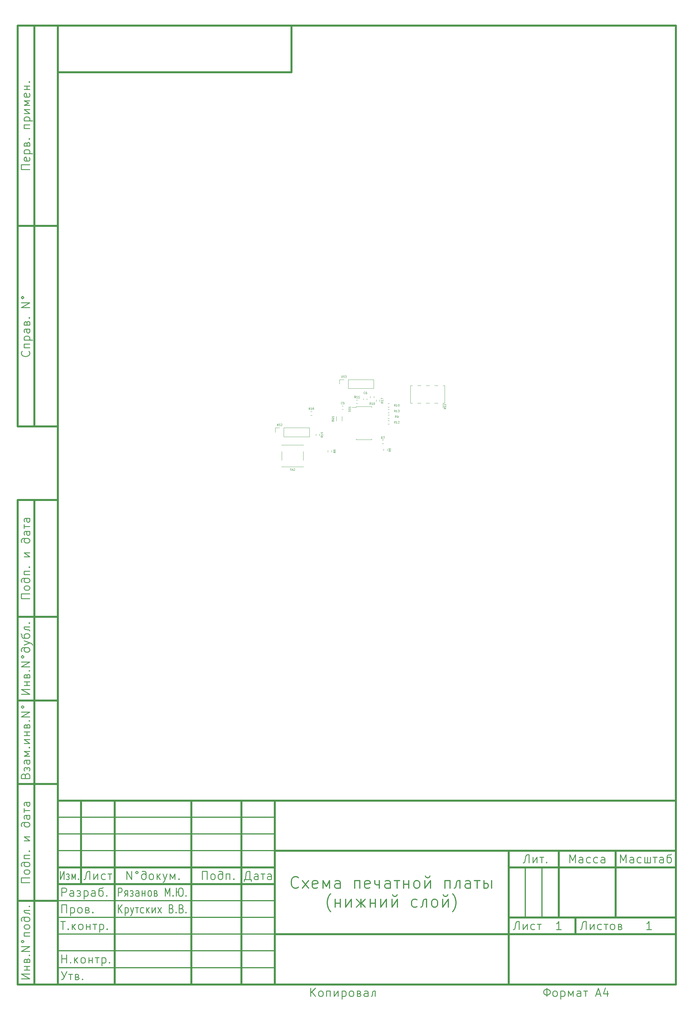
<source format=gbr>
%TF.GenerationSoftware,KiCad,Pcbnew,(6.0.0)*%
%TF.CreationDate,2022-01-12T10:47:11+03:00*%
%TF.ProjectId,Curse_PCB,43757273-655f-4504-9342-2e6b69636164,rev?*%
%TF.SameCoordinates,Original*%
%TF.FileFunction,Legend,Top*%
%TF.FilePolarity,Positive*%
%FSLAX46Y46*%
G04 Gerber Fmt 4.6, Leading zero omitted, Abs format (unit mm)*
G04 Created by KiCad (PCBNEW (6.0.0)) date 2022-01-12 10:47:11*
%MOMM*%
%LPD*%
G01*
G04 APERTURE LIST*
%ADD10C,0.100000*%
%ADD11C,0.600000*%
%ADD12C,0.300000*%
%ADD13C,0.250000*%
%ADD14C,0.350000*%
%ADD15C,0.500000*%
%ADD16C,0.120000*%
G04 APERTURE END LIST*
D10*
D11*
X20000000Y-292002200D02*
X20000000Y-5000000D01*
X205007200Y-5000000D01*
X205007200Y-292002200D01*
X20000000Y-292002200D01*
D10*
D11*
X8000000Y-232002200D02*
X20000000Y-232002200D01*
D10*
D11*
X8000000Y-207002200D02*
X20000000Y-207002200D01*
D10*
D11*
X8000000Y-182002200D02*
X20000000Y-182002200D01*
D10*
D11*
X90000000Y-5000000D02*
X90000000Y-19000000D01*
D10*
D11*
X20000000Y-19000000D02*
X90000000Y-19000000D01*
D10*
D11*
X8000000Y-147002200D02*
X20000000Y-147002200D01*
D10*
D11*
X8000000Y-292002200D02*
X20000000Y-292002200D01*
D10*
D11*
X8000000Y-267002200D02*
X20000000Y-267002200D01*
D10*
D11*
X85007200Y-237002200D02*
X85007200Y-292002200D01*
D10*
D11*
X75007200Y-237002200D02*
X75007200Y-292002200D01*
D10*
D11*
X60007200Y-237002200D02*
X60007200Y-292002200D01*
D10*
D11*
X37007200Y-237002200D02*
X37007200Y-292002200D01*
D10*
D11*
X27007200Y-237002200D02*
X27007200Y-262002200D01*
D10*
D12*
X20007200Y-252002200D02*
X85007200Y-252002200D01*
D10*
D12*
X20007200Y-247002200D02*
X85007200Y-247002200D01*
D10*
D12*
X20007200Y-242002200D02*
X85007200Y-242002200D01*
D10*
D11*
X20007200Y-262002200D02*
X85007200Y-262002200D01*
D10*
D11*
X20007200Y-257002200D02*
X85007200Y-257002200D01*
D10*
D12*
X20007200Y-287002200D02*
X85007200Y-287002200D01*
D10*
D12*
X20007200Y-282002200D02*
X85007200Y-282002200D01*
D10*
D12*
X20007200Y-277002200D02*
X85007200Y-277002200D01*
D10*
D12*
X20007200Y-272002200D02*
X85007200Y-272002200D01*
D10*
D12*
X20007200Y-267002200D02*
X85007200Y-267002200D01*
D10*
D11*
X20007200Y-237002200D02*
X205007200Y-237002200D01*
D10*
D11*
X8000000Y-147002200D02*
X8000000Y-292002200D01*
D10*
D11*
X13000000Y-147002200D02*
X13000000Y-292002200D01*
D10*
D12*
X160007200Y-257002200D02*
X160007200Y-272002200D01*
D10*
D12*
X165007200Y-257002200D02*
X165007200Y-272002200D01*
D10*
D11*
X170007200Y-252002200D02*
X170007200Y-272002200D01*
D10*
D11*
X187007200Y-252002200D02*
X187007200Y-272002200D01*
D10*
D11*
X155007200Y-272002200D02*
X205007200Y-272002200D01*
D10*
D11*
X155007200Y-257002200D02*
X205007200Y-257002200D01*
D10*
D11*
X155007200Y-252002200D02*
X155007200Y-292002200D01*
D10*
D11*
X85007200Y-277002200D02*
X205007200Y-277002200D01*
D10*
D11*
X85007200Y-252002200D02*
X205007200Y-252002200D01*
D10*
D11*
X20007200Y-292002200D02*
X20007200Y-237002200D01*
D10*
D11*
X175007200Y-272002200D02*
X175007200Y-277002200D01*
D10*
D11*
X8000000Y-5002200D02*
X20000000Y-5002200D01*
D10*
D11*
X8000000Y-65002200D02*
X20000000Y-65002200D01*
D10*
D11*
X8000000Y-125002200D02*
X20000000Y-125002200D01*
D10*
D11*
X8000000Y-5002200D02*
X8000000Y-125002200D01*
D10*
D11*
X13000000Y-5002200D02*
X13000000Y-125002200D01*
D10*
D13*
X40709580Y-260633152D02*
X40709580Y-258133152D01*
X42138152Y-260633152D01*
X42138152Y-258133152D01*
X43685771Y-258133152D02*
X43447676Y-258252200D01*
X43328628Y-258490295D01*
X43447676Y-258728390D01*
X43685771Y-258847438D01*
X43923866Y-258728390D01*
X44042914Y-258490295D01*
X43923866Y-258252200D01*
X43685771Y-258133152D01*
X46423866Y-259204580D02*
X46304819Y-259085533D01*
X46066723Y-258966485D01*
X45590533Y-258966485D01*
X45352438Y-259085533D01*
X45233390Y-259204580D01*
X45114342Y-259442676D01*
X45114342Y-260156961D01*
X45233390Y-260395057D01*
X45352438Y-260514104D01*
X45590533Y-260633152D01*
X45947676Y-260633152D01*
X46185771Y-260514104D01*
X46304819Y-260395057D01*
X46423866Y-260156961D01*
X46423866Y-258609342D01*
X46304819Y-258371247D01*
X46185771Y-258252200D01*
X45947676Y-258133152D01*
X45471485Y-258133152D01*
X45233390Y-258252200D01*
X47852438Y-260633152D02*
X47614342Y-260514104D01*
X47495295Y-260395057D01*
X47376247Y-260156961D01*
X47376247Y-259442676D01*
X47495295Y-259204580D01*
X47614342Y-259085533D01*
X47852438Y-258966485D01*
X48209580Y-258966485D01*
X48447676Y-259085533D01*
X48566723Y-259204580D01*
X48685771Y-259442676D01*
X48685771Y-260156961D01*
X48566723Y-260395057D01*
X48447676Y-260514104D01*
X48209580Y-260633152D01*
X47852438Y-260633152D01*
X49757200Y-258966485D02*
X49757200Y-260633152D01*
X49995295Y-259680771D02*
X50709580Y-260633152D01*
X50709580Y-258966485D02*
X49757200Y-259918866D01*
X51542914Y-258966485D02*
X52138152Y-260633152D01*
X52733390Y-258966485D02*
X52138152Y-260633152D01*
X51900057Y-261228390D01*
X51781009Y-261347438D01*
X51542914Y-261466485D01*
X53685771Y-260633152D02*
X53685771Y-258966485D01*
X54400057Y-260276009D01*
X55114342Y-258966485D01*
X55114342Y-260633152D01*
X56304819Y-260395057D02*
X56423866Y-260514104D01*
X56304819Y-260633152D01*
X56185771Y-260514104D01*
X56304819Y-260395057D01*
X56304819Y-260633152D01*
D10*
D13*
X10321428Y-229561723D02*
X10440476Y-229204580D01*
X10559523Y-229085533D01*
X10797619Y-228966485D01*
X11154761Y-228966485D01*
X11392857Y-229085533D01*
X11511904Y-229204580D01*
X11630952Y-229442676D01*
X11630952Y-230395057D01*
X9130952Y-230395057D01*
X9130952Y-229561723D01*
X9250000Y-229323628D01*
X9369047Y-229204580D01*
X9607142Y-229085533D01*
X9845238Y-229085533D01*
X10083333Y-229204580D01*
X10202380Y-229323628D01*
X10321428Y-229561723D01*
X10321428Y-230395057D01*
X10797619Y-227656961D02*
X10797619Y-227418866D01*
X10083333Y-228133152D02*
X9964285Y-227895057D01*
X9964285Y-227418866D01*
X10083333Y-227180771D01*
X10321428Y-227061723D01*
X10440476Y-227061723D01*
X10678571Y-227180771D01*
X10797619Y-227418866D01*
X10916666Y-227180771D01*
X11154761Y-227061723D01*
X11273809Y-227061723D01*
X11511904Y-227180771D01*
X11630952Y-227418866D01*
X11630952Y-227895057D01*
X11511904Y-228133152D01*
X11630952Y-224918866D02*
X10321428Y-224918866D01*
X10083333Y-225037914D01*
X9964285Y-225276009D01*
X9964285Y-225752200D01*
X10083333Y-225990295D01*
X11511904Y-224918866D02*
X11630952Y-225156961D01*
X11630952Y-225752200D01*
X11511904Y-225990295D01*
X11273809Y-226109342D01*
X11035714Y-226109342D01*
X10797619Y-225990295D01*
X10678571Y-225752200D01*
X10678571Y-225156961D01*
X10559523Y-224918866D01*
X11630952Y-223728390D02*
X9964285Y-223728390D01*
X11273809Y-223014104D01*
X9964285Y-222299819D01*
X11630952Y-222299819D01*
X11392857Y-221109342D02*
X11511904Y-220990295D01*
X11630952Y-221109342D01*
X11511904Y-221228390D01*
X11392857Y-221109342D01*
X11630952Y-221109342D01*
X9964285Y-219918866D02*
X11630952Y-219918866D01*
X9964285Y-218728390D01*
X11630952Y-218728390D01*
X10797619Y-217537914D02*
X10797619Y-216466485D01*
X9964285Y-217537914D02*
X11630952Y-217537914D01*
X9964285Y-216466485D02*
X11630952Y-216466485D01*
X10797619Y-214680771D02*
X10916666Y-214323628D01*
X11154761Y-214204580D01*
X11273809Y-214204580D01*
X11511904Y-214323628D01*
X11630952Y-214561723D01*
X11630952Y-215276009D01*
X9964285Y-215276009D01*
X9964285Y-214680771D01*
X10083333Y-214442676D01*
X10321428Y-214323628D01*
X10440476Y-214323628D01*
X10678571Y-214442676D01*
X10797619Y-214680771D01*
X10797619Y-215276009D01*
X11392857Y-213133152D02*
X11511904Y-213014104D01*
X11630952Y-213133152D01*
X11511904Y-213252200D01*
X11392857Y-213133152D01*
X11630952Y-213133152D01*
X11630952Y-211942676D02*
X9130952Y-211942676D01*
X11630952Y-210514104D01*
X9130952Y-210514104D01*
X9130952Y-208966485D02*
X9250000Y-209204580D01*
X9488095Y-209323628D01*
X9726190Y-209204580D01*
X9845238Y-208966485D01*
X9726190Y-208728390D01*
X9488095Y-208609342D01*
X9250000Y-208728390D01*
X9130952Y-208966485D01*
D10*
D13*
X77983390Y-261228390D02*
X77983390Y-260633152D01*
X75840533Y-260633152D01*
X75840533Y-261228390D01*
X77507200Y-260633152D02*
X77507200Y-258133152D01*
X76911961Y-258133152D01*
X76673866Y-258252200D01*
X76554819Y-258371247D01*
X76435771Y-258609342D01*
X76197676Y-260633152D01*
X80007200Y-260633152D02*
X80007200Y-259323628D01*
X79888152Y-259085533D01*
X79650057Y-258966485D01*
X79173866Y-258966485D01*
X78935771Y-259085533D01*
X80007200Y-260514104D02*
X79769104Y-260633152D01*
X79173866Y-260633152D01*
X78935771Y-260514104D01*
X78816723Y-260276009D01*
X78816723Y-260037914D01*
X78935771Y-259799819D01*
X79173866Y-259680771D01*
X79769104Y-259680771D01*
X80007200Y-259561723D01*
X80840533Y-258966485D02*
X82031009Y-258966485D01*
X81435771Y-258966485D02*
X81435771Y-260633152D01*
X83935771Y-260633152D02*
X83935771Y-259323628D01*
X83816723Y-259085533D01*
X83578628Y-258966485D01*
X83102438Y-258966485D01*
X82864342Y-259085533D01*
X83935771Y-260514104D02*
X83697676Y-260633152D01*
X83102438Y-260633152D01*
X82864342Y-260514104D01*
X82745295Y-260276009D01*
X82745295Y-260037914D01*
X82864342Y-259799819D01*
X83102438Y-259680771D01*
X83697676Y-259680771D01*
X83935771Y-259561723D01*
D10*
D13*
X20822225Y-258133152D02*
X20822225Y-260633152D01*
X21896215Y-258133152D01*
X21896215Y-260633152D01*
X22970205Y-259799819D02*
X23149203Y-259799819D01*
X22612208Y-259085533D02*
X22791206Y-258966485D01*
X23149203Y-258966485D01*
X23328201Y-259085533D01*
X23417700Y-259323628D01*
X23417700Y-259442676D01*
X23328201Y-259680771D01*
X23149203Y-259799819D01*
X23328201Y-259918866D01*
X23417700Y-260156961D01*
X23417700Y-260276009D01*
X23328201Y-260514104D01*
X23149203Y-260633152D01*
X22791206Y-260633152D01*
X22612208Y-260514104D01*
X24223193Y-260633152D02*
X24223193Y-258966485D01*
X24760188Y-260276009D01*
X25297182Y-258966485D01*
X25297182Y-260633152D01*
X26192174Y-260395057D02*
X26281673Y-260514104D01*
X26192174Y-260633152D01*
X26102675Y-260514104D01*
X26192174Y-260395057D01*
X26192174Y-260633152D01*
D10*
D13*
X9130952Y-205156961D02*
X11630952Y-205156961D01*
X9130952Y-203728390D01*
X11630952Y-203728390D01*
X10797619Y-202537914D02*
X10797619Y-201466485D01*
X9964285Y-202537914D02*
X11630952Y-202537914D01*
X9964285Y-201466485D02*
X11630952Y-201466485D01*
X10797619Y-199680771D02*
X10916666Y-199323628D01*
X11154761Y-199204580D01*
X11273809Y-199204580D01*
X11511904Y-199323628D01*
X11630952Y-199561723D01*
X11630952Y-200276009D01*
X9964285Y-200276009D01*
X9964285Y-199680771D01*
X10083333Y-199442676D01*
X10321428Y-199323628D01*
X10440476Y-199323628D01*
X10678571Y-199442676D01*
X10797619Y-199680771D01*
X10797619Y-200276009D01*
X11392857Y-198133152D02*
X11511904Y-198014104D01*
X11630952Y-198133152D01*
X11511904Y-198252200D01*
X11392857Y-198133152D01*
X11630952Y-198133152D01*
X11630952Y-196942676D02*
X9130952Y-196942676D01*
X11630952Y-195514104D01*
X9130952Y-195514104D01*
X9130952Y-193966485D02*
X9250000Y-194204580D01*
X9488095Y-194323628D01*
X9726190Y-194204580D01*
X9845238Y-193966485D01*
X9726190Y-193728390D01*
X9488095Y-193609342D01*
X9250000Y-193728390D01*
X9130952Y-193966485D01*
X10202380Y-191228390D02*
X10083333Y-191347438D01*
X9964285Y-191585533D01*
X9964285Y-192061723D01*
X10083333Y-192299819D01*
X10202380Y-192418866D01*
X10440476Y-192537914D01*
X11154761Y-192537914D01*
X11392857Y-192418866D01*
X11511904Y-192299819D01*
X11630952Y-192061723D01*
X11630952Y-191704580D01*
X11511904Y-191466485D01*
X11392857Y-191347438D01*
X11154761Y-191228390D01*
X9607142Y-191228390D01*
X9369047Y-191347438D01*
X9250000Y-191466485D01*
X9130952Y-191704580D01*
X9130952Y-192180771D01*
X9250000Y-192418866D01*
X9964285Y-190395057D02*
X11630952Y-189799819D01*
X9964285Y-189204580D02*
X11630952Y-189799819D01*
X12226190Y-190037914D01*
X12345238Y-190156961D01*
X12464285Y-190395057D01*
X9011904Y-187061723D02*
X9130952Y-187180771D01*
X9250000Y-187418866D01*
X9250000Y-187895057D01*
X9369047Y-188133152D01*
X9488095Y-188252200D01*
X9726190Y-188371247D01*
X11154761Y-188371247D01*
X11392857Y-188252200D01*
X11511904Y-188133152D01*
X11630952Y-187895057D01*
X11630952Y-187537914D01*
X11511904Y-187299819D01*
X11392857Y-187180771D01*
X11154761Y-187061723D01*
X10440476Y-187061723D01*
X10202380Y-187180771D01*
X10083333Y-187299819D01*
X9964285Y-187537914D01*
X9964285Y-188014104D01*
X10083333Y-188252200D01*
X10202380Y-188371247D01*
X11630952Y-185037914D02*
X9964285Y-185037914D01*
X9964285Y-185395057D01*
X10083333Y-185633152D01*
X10321428Y-185752200D01*
X11273809Y-185871247D01*
X11511904Y-185990295D01*
X11630952Y-186228390D01*
X11392857Y-183847438D02*
X11511904Y-183728390D01*
X11630952Y-183847438D01*
X11511904Y-183966485D01*
X11392857Y-183847438D01*
X11630952Y-183847438D01*
D10*
D13*
X9130952Y-290335533D02*
X11630952Y-290335533D01*
X9130952Y-288906961D01*
X11630952Y-288906961D01*
X10797619Y-287716485D02*
X10797619Y-286645057D01*
X9964285Y-287716485D02*
X11630952Y-287716485D01*
X9964285Y-286645057D02*
X11630952Y-286645057D01*
X10797619Y-284859342D02*
X10916666Y-284502200D01*
X11154761Y-284383152D01*
X11273809Y-284383152D01*
X11511904Y-284502200D01*
X11630952Y-284740295D01*
X11630952Y-285454580D01*
X9964285Y-285454580D01*
X9964285Y-284859342D01*
X10083333Y-284621247D01*
X10321428Y-284502200D01*
X10440476Y-284502200D01*
X10678571Y-284621247D01*
X10797619Y-284859342D01*
X10797619Y-285454580D01*
X11392857Y-283311723D02*
X11511904Y-283192676D01*
X11630952Y-283311723D01*
X11511904Y-283430771D01*
X11392857Y-283311723D01*
X11630952Y-283311723D01*
X11630952Y-282121247D02*
X9130952Y-282121247D01*
X11630952Y-280692676D01*
X9130952Y-280692676D01*
X9130952Y-279145057D02*
X9250000Y-279383152D01*
X9488095Y-279502200D01*
X9726190Y-279383152D01*
X9845238Y-279145057D01*
X9726190Y-278906961D01*
X9488095Y-278787914D01*
X9250000Y-278906961D01*
X9130952Y-279145057D01*
X11630952Y-277597438D02*
X9964285Y-277597438D01*
X9964285Y-276526009D01*
X11630952Y-276526009D01*
X11630952Y-274978390D02*
X11511904Y-275216485D01*
X11392857Y-275335533D01*
X11154761Y-275454580D01*
X10440476Y-275454580D01*
X10202380Y-275335533D01*
X10083333Y-275216485D01*
X9964285Y-274978390D01*
X9964285Y-274621247D01*
X10083333Y-274383152D01*
X10202380Y-274264104D01*
X10440476Y-274145057D01*
X11154761Y-274145057D01*
X11392857Y-274264104D01*
X11511904Y-274383152D01*
X11630952Y-274621247D01*
X11630952Y-274978390D01*
X10202380Y-271883152D02*
X10083333Y-272002200D01*
X9964285Y-272240295D01*
X9964285Y-272716485D01*
X10083333Y-272954580D01*
X10202380Y-273073628D01*
X10440476Y-273192676D01*
X11154761Y-273192676D01*
X11392857Y-273073628D01*
X11511904Y-272954580D01*
X11630952Y-272716485D01*
X11630952Y-272359342D01*
X11511904Y-272121247D01*
X11392857Y-272002200D01*
X11154761Y-271883152D01*
X9607142Y-271883152D01*
X9369047Y-272002200D01*
X9250000Y-272121247D01*
X9130952Y-272359342D01*
X9130952Y-272835533D01*
X9250000Y-273073628D01*
X11630952Y-269859342D02*
X9964285Y-269859342D01*
X9964285Y-270216485D01*
X10083333Y-270454580D01*
X10321428Y-270573628D01*
X11273809Y-270692676D01*
X11511904Y-270811723D01*
X11630952Y-271049819D01*
X11392857Y-268668866D02*
X11511904Y-268549819D01*
X11630952Y-268668866D01*
X11511904Y-268787914D01*
X11392857Y-268668866D01*
X11630952Y-268668866D01*
D10*
D13*
X95727438Y-295633152D02*
X95727438Y-293133152D01*
X97156009Y-295633152D02*
X96084580Y-294204580D01*
X97156009Y-293133152D02*
X95727438Y-294561723D01*
X98584580Y-295633152D02*
X98346485Y-295514104D01*
X98227438Y-295395057D01*
X98108390Y-295156961D01*
X98108390Y-294442676D01*
X98227438Y-294204580D01*
X98346485Y-294085533D01*
X98584580Y-293966485D01*
X98941723Y-293966485D01*
X99179819Y-294085533D01*
X99298866Y-294204580D01*
X99417914Y-294442676D01*
X99417914Y-295156961D01*
X99298866Y-295395057D01*
X99179819Y-295514104D01*
X98941723Y-295633152D01*
X98584580Y-295633152D01*
X100489342Y-295633152D02*
X100489342Y-293966485D01*
X101560771Y-293966485D01*
X101560771Y-295633152D01*
X102751247Y-293966485D02*
X102751247Y-295633152D01*
X103941723Y-293966485D01*
X103941723Y-295633152D01*
X105132200Y-293966485D02*
X105132200Y-296466485D01*
X105132200Y-294085533D02*
X105370295Y-293966485D01*
X105846485Y-293966485D01*
X106084580Y-294085533D01*
X106203628Y-294204580D01*
X106322676Y-294442676D01*
X106322676Y-295156961D01*
X106203628Y-295395057D01*
X106084580Y-295514104D01*
X105846485Y-295633152D01*
X105370295Y-295633152D01*
X105132200Y-295514104D01*
X107751247Y-295633152D02*
X107513152Y-295514104D01*
X107394104Y-295395057D01*
X107275057Y-295156961D01*
X107275057Y-294442676D01*
X107394104Y-294204580D01*
X107513152Y-294085533D01*
X107751247Y-293966485D01*
X108108390Y-293966485D01*
X108346485Y-294085533D01*
X108465533Y-294204580D01*
X108584580Y-294442676D01*
X108584580Y-295156961D01*
X108465533Y-295395057D01*
X108346485Y-295514104D01*
X108108390Y-295633152D01*
X107751247Y-295633152D01*
X110251247Y-294799819D02*
X110608390Y-294918866D01*
X110727438Y-295156961D01*
X110727438Y-295276009D01*
X110608390Y-295514104D01*
X110370295Y-295633152D01*
X109656009Y-295633152D01*
X109656009Y-293966485D01*
X110251247Y-293966485D01*
X110489342Y-294085533D01*
X110608390Y-294323628D01*
X110608390Y-294442676D01*
X110489342Y-294680771D01*
X110251247Y-294799819D01*
X109656009Y-294799819D01*
X112870295Y-295633152D02*
X112870295Y-294323628D01*
X112751247Y-294085533D01*
X112513152Y-293966485D01*
X112036961Y-293966485D01*
X111798866Y-294085533D01*
X112870295Y-295514104D02*
X112632200Y-295633152D01*
X112036961Y-295633152D01*
X111798866Y-295514104D01*
X111679819Y-295276009D01*
X111679819Y-295037914D01*
X111798866Y-294799819D01*
X112036961Y-294680771D01*
X112632200Y-294680771D01*
X112870295Y-294561723D01*
X115013152Y-295633152D02*
X115013152Y-293966485D01*
X114656009Y-293966485D01*
X114417914Y-294085533D01*
X114298866Y-294323628D01*
X114179819Y-295276009D01*
X114060771Y-295514104D01*
X113822676Y-295633152D01*
D10*
D13*
X158156009Y-275633152D02*
X158156009Y-273133152D01*
X157798866Y-273133152D01*
X157441723Y-273252200D01*
X157203628Y-273490295D01*
X157084580Y-273847438D01*
X156846485Y-275276009D01*
X156727438Y-275514104D01*
X156489342Y-275633152D01*
X156370295Y-275633152D01*
X159346485Y-273966485D02*
X159346485Y-275633152D01*
X160536961Y-273966485D01*
X160536961Y-275633152D01*
X162798866Y-275514104D02*
X162560771Y-275633152D01*
X162084580Y-275633152D01*
X161846485Y-275514104D01*
X161727438Y-275395057D01*
X161608390Y-275156961D01*
X161608390Y-274442676D01*
X161727438Y-274204580D01*
X161846485Y-274085533D01*
X162084580Y-273966485D01*
X162560771Y-273966485D01*
X162798866Y-274085533D01*
X163513152Y-273966485D02*
X164703628Y-273966485D01*
X164108390Y-273966485D02*
X164108390Y-275633152D01*
D10*
D13*
X29626247Y-260633152D02*
X29626247Y-258133152D01*
X29269104Y-258133152D01*
X28911961Y-258252200D01*
X28673866Y-258490295D01*
X28554819Y-258847438D01*
X28316723Y-260276009D01*
X28197676Y-260514104D01*
X27959580Y-260633152D01*
X27840533Y-260633152D01*
X30816723Y-258966485D02*
X30816723Y-260633152D01*
X32007200Y-258966485D01*
X32007200Y-260633152D01*
X34269104Y-260514104D02*
X34031009Y-260633152D01*
X33554819Y-260633152D01*
X33316723Y-260514104D01*
X33197676Y-260395057D01*
X33078628Y-260156961D01*
X33078628Y-259442676D01*
X33197676Y-259204580D01*
X33316723Y-259085533D01*
X33554819Y-258966485D01*
X34031009Y-258966485D01*
X34269104Y-259085533D01*
X34983390Y-258966485D02*
X36173866Y-258966485D01*
X35578628Y-258966485D02*
X35578628Y-260633152D01*
D10*
D13*
X178156009Y-275633152D02*
X178156009Y-273133152D01*
X177798866Y-273133152D01*
X177441723Y-273252200D01*
X177203628Y-273490295D01*
X177084580Y-273847438D01*
X176846485Y-275276009D01*
X176727438Y-275514104D01*
X176489342Y-275633152D01*
X176370295Y-275633152D01*
X179346485Y-273966485D02*
X179346485Y-275633152D01*
X180536961Y-273966485D01*
X180536961Y-275633152D01*
X182798866Y-275514104D02*
X182560771Y-275633152D01*
X182084580Y-275633152D01*
X181846485Y-275514104D01*
X181727438Y-275395057D01*
X181608390Y-275156961D01*
X181608390Y-274442676D01*
X181727438Y-274204580D01*
X181846485Y-274085533D01*
X182084580Y-273966485D01*
X182560771Y-273966485D01*
X182798866Y-274085533D01*
X183513152Y-273966485D02*
X184703628Y-273966485D01*
X184108390Y-273966485D02*
X184108390Y-275633152D01*
X185894104Y-275633152D02*
X185656009Y-275514104D01*
X185536961Y-275395057D01*
X185417914Y-275156961D01*
X185417914Y-274442676D01*
X185536961Y-274204580D01*
X185656009Y-274085533D01*
X185894104Y-273966485D01*
X186251247Y-273966485D01*
X186489342Y-274085533D01*
X186608390Y-274204580D01*
X186727438Y-274442676D01*
X186727438Y-275156961D01*
X186608390Y-275395057D01*
X186489342Y-275514104D01*
X186251247Y-275633152D01*
X185894104Y-275633152D01*
X188394104Y-274799819D02*
X188751247Y-274918866D01*
X188870295Y-275156961D01*
X188870295Y-275276009D01*
X188751247Y-275514104D01*
X188513152Y-275633152D01*
X187798866Y-275633152D01*
X187798866Y-273966485D01*
X188394104Y-273966485D01*
X188632200Y-274085533D01*
X188751247Y-274323628D01*
X188751247Y-274442676D01*
X188632200Y-274680771D01*
X188394104Y-274799819D01*
X187798866Y-274799819D01*
D10*
D13*
X161102438Y-255633152D02*
X161102438Y-253133152D01*
X160745295Y-253133152D01*
X160388152Y-253252200D01*
X160150057Y-253490295D01*
X160031009Y-253847438D01*
X159792914Y-255276009D01*
X159673866Y-255514104D01*
X159435771Y-255633152D01*
X159316723Y-255633152D01*
X162292914Y-253966485D02*
X162292914Y-255633152D01*
X163483390Y-253966485D01*
X163483390Y-255633152D01*
X164316723Y-253966485D02*
X165507200Y-253966485D01*
X164911961Y-253966485D02*
X164911961Y-255633152D01*
X166340533Y-255395057D02*
X166459580Y-255514104D01*
X166340533Y-255633152D01*
X166221485Y-255514104D01*
X166340533Y-255395057D01*
X166340533Y-255633152D01*
D10*
D13*
X173269104Y-255633152D02*
X173269104Y-253133152D01*
X174102438Y-254918866D01*
X174935771Y-253133152D01*
X174935771Y-255633152D01*
X177197676Y-255633152D02*
X177197676Y-254323628D01*
X177078628Y-254085533D01*
X176840533Y-253966485D01*
X176364342Y-253966485D01*
X176126247Y-254085533D01*
X177197676Y-255514104D02*
X176959580Y-255633152D01*
X176364342Y-255633152D01*
X176126247Y-255514104D01*
X176007200Y-255276009D01*
X176007200Y-255037914D01*
X176126247Y-254799819D01*
X176364342Y-254680771D01*
X176959580Y-254680771D01*
X177197676Y-254561723D01*
X179459580Y-255514104D02*
X179221485Y-255633152D01*
X178745295Y-255633152D01*
X178507200Y-255514104D01*
X178388152Y-255395057D01*
X178269104Y-255156961D01*
X178269104Y-254442676D01*
X178388152Y-254204580D01*
X178507200Y-254085533D01*
X178745295Y-253966485D01*
X179221485Y-253966485D01*
X179459580Y-254085533D01*
X181602438Y-255514104D02*
X181364342Y-255633152D01*
X180888152Y-255633152D01*
X180650057Y-255514104D01*
X180531009Y-255395057D01*
X180411961Y-255156961D01*
X180411961Y-254442676D01*
X180531009Y-254204580D01*
X180650057Y-254085533D01*
X180888152Y-253966485D01*
X181364342Y-253966485D01*
X181602438Y-254085533D01*
X183745295Y-255633152D02*
X183745295Y-254323628D01*
X183626247Y-254085533D01*
X183388152Y-253966485D01*
X182911961Y-253966485D01*
X182673866Y-254085533D01*
X183745295Y-255514104D02*
X183507200Y-255633152D01*
X182911961Y-255633152D01*
X182673866Y-255514104D01*
X182554819Y-255276009D01*
X182554819Y-255037914D01*
X182673866Y-254799819D01*
X182911961Y-254680771D01*
X183507200Y-254680771D01*
X183745295Y-254561723D01*
D10*
D13*
X188447676Y-255633152D02*
X188447676Y-253133152D01*
X189281009Y-254918866D01*
X190114342Y-253133152D01*
X190114342Y-255633152D01*
X192376247Y-255633152D02*
X192376247Y-254323628D01*
X192257200Y-254085533D01*
X192019104Y-253966485D01*
X191542914Y-253966485D01*
X191304819Y-254085533D01*
X192376247Y-255514104D02*
X192138152Y-255633152D01*
X191542914Y-255633152D01*
X191304819Y-255514104D01*
X191185771Y-255276009D01*
X191185771Y-255037914D01*
X191304819Y-254799819D01*
X191542914Y-254680771D01*
X192138152Y-254680771D01*
X192376247Y-254561723D01*
X194638152Y-255514104D02*
X194400057Y-255633152D01*
X193923866Y-255633152D01*
X193685771Y-255514104D01*
X193566723Y-255395057D01*
X193447676Y-255156961D01*
X193447676Y-254442676D01*
X193566723Y-254204580D01*
X193685771Y-254085533D01*
X193923866Y-253966485D01*
X194400057Y-253966485D01*
X194638152Y-254085533D01*
X196542914Y-253966485D02*
X196542914Y-255633152D01*
X195709580Y-253966485D02*
X195709580Y-255633152D01*
X197376247Y-255633152D01*
X197376247Y-253966485D01*
X198209580Y-253966485D02*
X199400057Y-253966485D01*
X198804819Y-253966485D02*
X198804819Y-255633152D01*
X201304819Y-255633152D02*
X201304819Y-254323628D01*
X201185771Y-254085533D01*
X200947676Y-253966485D01*
X200471485Y-253966485D01*
X200233390Y-254085533D01*
X201304819Y-255514104D02*
X201066723Y-255633152D01*
X200471485Y-255633152D01*
X200233390Y-255514104D01*
X200114342Y-255276009D01*
X200114342Y-255037914D01*
X200233390Y-254799819D01*
X200471485Y-254680771D01*
X201066723Y-254680771D01*
X201304819Y-254561723D01*
X203685771Y-253014104D02*
X203566723Y-253133152D01*
X203328628Y-253252200D01*
X202852438Y-253252200D01*
X202614342Y-253371247D01*
X202495295Y-253490295D01*
X202376247Y-253728390D01*
X202376247Y-255156961D01*
X202495295Y-255395057D01*
X202614342Y-255514104D01*
X202852438Y-255633152D01*
X203209580Y-255633152D01*
X203447676Y-255514104D01*
X203566723Y-255395057D01*
X203685771Y-255156961D01*
X203685771Y-254442676D01*
X203566723Y-254204580D01*
X203447676Y-254085533D01*
X203209580Y-253966485D01*
X202733390Y-253966485D01*
X202495295Y-254085533D01*
X202376247Y-254204580D01*
D10*
D13*
X21227438Y-285633152D02*
X21227438Y-283133152D01*
X21227438Y-284323628D02*
X22656009Y-284323628D01*
X22656009Y-285633152D02*
X22656009Y-283133152D01*
X23846485Y-285395057D02*
X23965533Y-285514104D01*
X23846485Y-285633152D01*
X23727438Y-285514104D01*
X23846485Y-285395057D01*
X23846485Y-285633152D01*
X25036961Y-283966485D02*
X25036961Y-285633152D01*
X25275057Y-284680771D02*
X25989342Y-285633152D01*
X25989342Y-283966485D02*
X25036961Y-284918866D01*
X27417914Y-285633152D02*
X27179819Y-285514104D01*
X27060771Y-285395057D01*
X26941723Y-285156961D01*
X26941723Y-284442676D01*
X27060771Y-284204580D01*
X27179819Y-284085533D01*
X27417914Y-283966485D01*
X27775057Y-283966485D01*
X28013152Y-284085533D01*
X28132200Y-284204580D01*
X28251247Y-284442676D01*
X28251247Y-285156961D01*
X28132200Y-285395057D01*
X28013152Y-285514104D01*
X27775057Y-285633152D01*
X27417914Y-285633152D01*
X29322676Y-284799819D02*
X30394104Y-284799819D01*
X29322676Y-283966485D02*
X29322676Y-285633152D01*
X30394104Y-283966485D02*
X30394104Y-285633152D01*
X31227438Y-283966485D02*
X32417914Y-283966485D01*
X31822676Y-283966485D02*
X31822676Y-285633152D01*
X33251247Y-283966485D02*
X33251247Y-286466485D01*
X33251247Y-284085533D02*
X33489342Y-283966485D01*
X33965533Y-283966485D01*
X34203628Y-284085533D01*
X34322676Y-284204580D01*
X34441723Y-284442676D01*
X34441723Y-285156961D01*
X34322676Y-285395057D01*
X34203628Y-285514104D01*
X33965533Y-285633152D01*
X33489342Y-285633152D01*
X33251247Y-285514104D01*
X35513152Y-285395057D02*
X35632200Y-285514104D01*
X35513152Y-285633152D01*
X35394104Y-285514104D01*
X35513152Y-285395057D01*
X35513152Y-285633152D01*
D10*
D13*
X11630952Y-48097438D02*
X9130952Y-48097438D01*
X9130952Y-46668866D01*
X11630952Y-46668866D01*
X11511904Y-44526009D02*
X11630952Y-44764104D01*
X11630952Y-45240295D01*
X11511904Y-45478390D01*
X11273809Y-45597438D01*
X10321428Y-45597438D01*
X10083333Y-45478390D01*
X9964285Y-45240295D01*
X9964285Y-44764104D01*
X10083333Y-44526009D01*
X10321428Y-44406961D01*
X10559523Y-44406961D01*
X10797619Y-45597438D01*
X9964285Y-43335533D02*
X12464285Y-43335533D01*
X10083333Y-43335533D02*
X9964285Y-43097438D01*
X9964285Y-42621247D01*
X10083333Y-42383152D01*
X10202380Y-42264104D01*
X10440476Y-42145057D01*
X11154761Y-42145057D01*
X11392857Y-42264104D01*
X11511904Y-42383152D01*
X11630952Y-42621247D01*
X11630952Y-43097438D01*
X11511904Y-43335533D01*
X10797619Y-40478390D02*
X10916666Y-40121247D01*
X11154761Y-40002200D01*
X11273809Y-40002200D01*
X11511904Y-40121247D01*
X11630952Y-40359342D01*
X11630952Y-41073628D01*
X9964285Y-41073628D01*
X9964285Y-40478390D01*
X10083333Y-40240295D01*
X10321428Y-40121247D01*
X10440476Y-40121247D01*
X10678571Y-40240295D01*
X10797619Y-40478390D01*
X10797619Y-41073628D01*
X11392857Y-38930771D02*
X11511904Y-38811723D01*
X11630952Y-38930771D01*
X11511904Y-39049819D01*
X11392857Y-38930771D01*
X11630952Y-38930771D01*
X11630952Y-35835533D02*
X9964285Y-35835533D01*
X9964285Y-34764104D01*
X11630952Y-34764104D01*
X9964285Y-33573628D02*
X12464285Y-33573628D01*
X10083333Y-33573628D02*
X9964285Y-33335533D01*
X9964285Y-32859342D01*
X10083333Y-32621247D01*
X10202380Y-32502200D01*
X10440476Y-32383152D01*
X11154761Y-32383152D01*
X11392857Y-32502200D01*
X11511904Y-32621247D01*
X11630952Y-32859342D01*
X11630952Y-33335533D01*
X11511904Y-33573628D01*
X9964285Y-31311723D02*
X11630952Y-31311723D01*
X9964285Y-30121247D01*
X11630952Y-30121247D01*
X11630952Y-28930771D02*
X9964285Y-28930771D01*
X11273809Y-28216485D01*
X9964285Y-27502200D01*
X11630952Y-27502200D01*
X11511904Y-25359342D02*
X11630952Y-25597438D01*
X11630952Y-26073628D01*
X11511904Y-26311723D01*
X11273809Y-26430771D01*
X10321428Y-26430771D01*
X10083333Y-26311723D01*
X9964285Y-26073628D01*
X9964285Y-25597438D01*
X10083333Y-25359342D01*
X10321428Y-25240295D01*
X10559523Y-25240295D01*
X10797619Y-26430771D01*
X10797619Y-24168866D02*
X10797619Y-23097438D01*
X9964285Y-24168866D02*
X11630952Y-24168866D01*
X9964285Y-23097438D02*
X11630952Y-23097438D01*
X11392857Y-21906961D02*
X11511904Y-21787914D01*
X11630952Y-21906961D01*
X11511904Y-22026009D01*
X11392857Y-21906961D01*
X11630952Y-21906961D01*
D10*
D13*
X11630952Y-261526009D02*
X9130952Y-261526009D01*
X9130952Y-260097438D01*
X11630952Y-260097438D01*
X11630952Y-258549819D02*
X11511904Y-258787914D01*
X11392857Y-258906961D01*
X11154761Y-259026009D01*
X10440476Y-259026009D01*
X10202380Y-258906961D01*
X10083333Y-258787914D01*
X9964285Y-258549819D01*
X9964285Y-258192676D01*
X10083333Y-257954580D01*
X10202380Y-257835533D01*
X10440476Y-257716485D01*
X11154761Y-257716485D01*
X11392857Y-257835533D01*
X11511904Y-257954580D01*
X11630952Y-258192676D01*
X11630952Y-258549819D01*
X10202380Y-255454580D02*
X10083333Y-255573628D01*
X9964285Y-255811723D01*
X9964285Y-256287914D01*
X10083333Y-256526009D01*
X10202380Y-256645057D01*
X10440476Y-256764104D01*
X11154761Y-256764104D01*
X11392857Y-256645057D01*
X11511904Y-256526009D01*
X11630952Y-256287914D01*
X11630952Y-255930771D01*
X11511904Y-255692676D01*
X11392857Y-255573628D01*
X11154761Y-255454580D01*
X9607142Y-255454580D01*
X9369047Y-255573628D01*
X9250000Y-255692676D01*
X9130952Y-255930771D01*
X9130952Y-256406961D01*
X9250000Y-256645057D01*
X11630952Y-254383152D02*
X9964285Y-254383152D01*
X9964285Y-253311723D01*
X11630952Y-253311723D01*
X11392857Y-252121247D02*
X11511904Y-252002200D01*
X11630952Y-252121247D01*
X11511904Y-252240295D01*
X11392857Y-252121247D01*
X11630952Y-252121247D01*
X9964285Y-249026009D02*
X11630952Y-249026009D01*
X9964285Y-247835533D01*
X11630952Y-247835533D01*
X10202380Y-243549819D02*
X10083333Y-243668866D01*
X9964285Y-243906961D01*
X9964285Y-244383152D01*
X10083333Y-244621247D01*
X10202380Y-244740295D01*
X10440476Y-244859342D01*
X11154761Y-244859342D01*
X11392857Y-244740295D01*
X11511904Y-244621247D01*
X11630952Y-244383152D01*
X11630952Y-244026009D01*
X11511904Y-243787914D01*
X11392857Y-243668866D01*
X11154761Y-243549819D01*
X9607142Y-243549819D01*
X9369047Y-243668866D01*
X9250000Y-243787914D01*
X9130952Y-244026009D01*
X9130952Y-244502200D01*
X9250000Y-244740295D01*
X11630952Y-241406961D02*
X10321428Y-241406961D01*
X10083333Y-241526009D01*
X9964285Y-241764104D01*
X9964285Y-242240295D01*
X10083333Y-242478390D01*
X11511904Y-241406961D02*
X11630952Y-241645057D01*
X11630952Y-242240295D01*
X11511904Y-242478390D01*
X11273809Y-242597438D01*
X11035714Y-242597438D01*
X10797619Y-242478390D01*
X10678571Y-242240295D01*
X10678571Y-241645057D01*
X10559523Y-241406961D01*
X9964285Y-240573628D02*
X9964285Y-239383152D01*
X9964285Y-239978390D02*
X11630952Y-239978390D01*
X11630952Y-237478390D02*
X10321428Y-237478390D01*
X10083333Y-237597438D01*
X9964285Y-237835533D01*
X9964285Y-238311723D01*
X10083333Y-238549819D01*
X11511904Y-237478390D02*
X11630952Y-237716485D01*
X11630952Y-238311723D01*
X11511904Y-238549819D01*
X11273809Y-238668866D01*
X11035714Y-238668866D01*
X10797619Y-238549819D01*
X10678571Y-238311723D01*
X10678571Y-237716485D01*
X10559523Y-237478390D01*
D10*
D13*
X11630952Y-176526009D02*
X9130952Y-176526009D01*
X9130952Y-175097438D01*
X11630952Y-175097438D01*
X11630952Y-173549819D02*
X11511904Y-173787914D01*
X11392857Y-173906961D01*
X11154761Y-174026009D01*
X10440476Y-174026009D01*
X10202380Y-173906961D01*
X10083333Y-173787914D01*
X9964285Y-173549819D01*
X9964285Y-173192676D01*
X10083333Y-172954580D01*
X10202380Y-172835533D01*
X10440476Y-172716485D01*
X11154761Y-172716485D01*
X11392857Y-172835533D01*
X11511904Y-172954580D01*
X11630952Y-173192676D01*
X11630952Y-173549819D01*
X10202380Y-170454580D02*
X10083333Y-170573628D01*
X9964285Y-170811723D01*
X9964285Y-171287914D01*
X10083333Y-171526009D01*
X10202380Y-171645057D01*
X10440476Y-171764104D01*
X11154761Y-171764104D01*
X11392857Y-171645057D01*
X11511904Y-171526009D01*
X11630952Y-171287914D01*
X11630952Y-170930771D01*
X11511904Y-170692676D01*
X11392857Y-170573628D01*
X11154761Y-170454580D01*
X9607142Y-170454580D01*
X9369047Y-170573628D01*
X9250000Y-170692676D01*
X9130952Y-170930771D01*
X9130952Y-171406961D01*
X9250000Y-171645057D01*
X11630952Y-169383152D02*
X9964285Y-169383152D01*
X9964285Y-168311723D01*
X11630952Y-168311723D01*
X11392857Y-167121247D02*
X11511904Y-167002200D01*
X11630952Y-167121247D01*
X11511904Y-167240295D01*
X11392857Y-167121247D01*
X11630952Y-167121247D01*
X9964285Y-164026009D02*
X11630952Y-164026009D01*
X9964285Y-162835533D01*
X11630952Y-162835533D01*
X10202380Y-158549819D02*
X10083333Y-158668866D01*
X9964285Y-158906961D01*
X9964285Y-159383152D01*
X10083333Y-159621247D01*
X10202380Y-159740295D01*
X10440476Y-159859342D01*
X11154761Y-159859342D01*
X11392857Y-159740295D01*
X11511904Y-159621247D01*
X11630952Y-159383152D01*
X11630952Y-159026009D01*
X11511904Y-158787914D01*
X11392857Y-158668866D01*
X11154761Y-158549819D01*
X9607142Y-158549819D01*
X9369047Y-158668866D01*
X9250000Y-158787914D01*
X9130952Y-159026009D01*
X9130952Y-159502200D01*
X9250000Y-159740295D01*
X11630952Y-156406961D02*
X10321428Y-156406961D01*
X10083333Y-156526009D01*
X9964285Y-156764104D01*
X9964285Y-157240295D01*
X10083333Y-157478390D01*
X11511904Y-156406961D02*
X11630952Y-156645057D01*
X11630952Y-157240295D01*
X11511904Y-157478390D01*
X11273809Y-157597438D01*
X11035714Y-157597438D01*
X10797619Y-157478390D01*
X10678571Y-157240295D01*
X10678571Y-156645057D01*
X10559523Y-156406961D01*
X9964285Y-155573628D02*
X9964285Y-154383152D01*
X9964285Y-154978390D02*
X11630952Y-154978390D01*
X11630952Y-152478390D02*
X10321428Y-152478390D01*
X10083333Y-152597438D01*
X9964285Y-152835533D01*
X9964285Y-153311723D01*
X10083333Y-153549819D01*
X11511904Y-152478390D02*
X11630952Y-152716485D01*
X11630952Y-153311723D01*
X11511904Y-153549819D01*
X11273809Y-153668866D01*
X11035714Y-153668866D01*
X10797619Y-153549819D01*
X10678571Y-153311723D01*
X10678571Y-152716485D01*
X10559523Y-152478390D01*
D10*
D13*
X63304819Y-260633152D02*
X63304819Y-258133152D01*
X64733390Y-258133152D01*
X64733390Y-260633152D01*
X66281009Y-260633152D02*
X66042914Y-260514104D01*
X65923866Y-260395057D01*
X65804819Y-260156961D01*
X65804819Y-259442676D01*
X65923866Y-259204580D01*
X66042914Y-259085533D01*
X66281009Y-258966485D01*
X66638152Y-258966485D01*
X66876247Y-259085533D01*
X66995295Y-259204580D01*
X67114342Y-259442676D01*
X67114342Y-260156961D01*
X66995295Y-260395057D01*
X66876247Y-260514104D01*
X66638152Y-260633152D01*
X66281009Y-260633152D01*
X69376247Y-259204580D02*
X69257200Y-259085533D01*
X69019104Y-258966485D01*
X68542914Y-258966485D01*
X68304819Y-259085533D01*
X68185771Y-259204580D01*
X68066723Y-259442676D01*
X68066723Y-260156961D01*
X68185771Y-260395057D01*
X68304819Y-260514104D01*
X68542914Y-260633152D01*
X68900057Y-260633152D01*
X69138152Y-260514104D01*
X69257200Y-260395057D01*
X69376247Y-260156961D01*
X69376247Y-258609342D01*
X69257200Y-258371247D01*
X69138152Y-258252200D01*
X68900057Y-258133152D01*
X68423866Y-258133152D01*
X68185771Y-258252200D01*
X70447676Y-260633152D02*
X70447676Y-258966485D01*
X71519104Y-258966485D01*
X71519104Y-260633152D01*
X72709580Y-260395057D02*
X72828628Y-260514104D01*
X72709580Y-260633152D01*
X72590533Y-260514104D01*
X72709580Y-260395057D01*
X72709580Y-260633152D01*
D10*
D13*
X21227438Y-270633152D02*
X21227438Y-268133152D01*
X22656009Y-268133152D01*
X22656009Y-270633152D01*
X23846485Y-268966485D02*
X23846485Y-271466485D01*
X23846485Y-269085533D02*
X24084580Y-268966485D01*
X24560771Y-268966485D01*
X24798866Y-269085533D01*
X24917914Y-269204580D01*
X25036961Y-269442676D01*
X25036961Y-270156961D01*
X24917914Y-270395057D01*
X24798866Y-270514104D01*
X24560771Y-270633152D01*
X24084580Y-270633152D01*
X23846485Y-270514104D01*
X26465533Y-270633152D02*
X26227438Y-270514104D01*
X26108390Y-270395057D01*
X25989342Y-270156961D01*
X25989342Y-269442676D01*
X26108390Y-269204580D01*
X26227438Y-269085533D01*
X26465533Y-268966485D01*
X26822676Y-268966485D01*
X27060771Y-269085533D01*
X27179819Y-269204580D01*
X27298866Y-269442676D01*
X27298866Y-270156961D01*
X27179819Y-270395057D01*
X27060771Y-270514104D01*
X26822676Y-270633152D01*
X26465533Y-270633152D01*
X28965533Y-269799819D02*
X29322676Y-269918866D01*
X29441723Y-270156961D01*
X29441723Y-270276009D01*
X29322676Y-270514104D01*
X29084580Y-270633152D01*
X28370295Y-270633152D01*
X28370295Y-268966485D01*
X28965533Y-268966485D01*
X29203628Y-269085533D01*
X29322676Y-269323628D01*
X29322676Y-269442676D01*
X29203628Y-269680771D01*
X28965533Y-269799819D01*
X28370295Y-269799819D01*
X30513152Y-270395057D02*
X30632200Y-270514104D01*
X30513152Y-270633152D01*
X30394104Y-270514104D01*
X30513152Y-270395057D01*
X30513152Y-270633152D01*
D10*
D13*
X21227438Y-265633152D02*
X21227438Y-263133152D01*
X22179819Y-263133152D01*
X22417914Y-263252200D01*
X22536961Y-263371247D01*
X22656009Y-263609342D01*
X22656009Y-263966485D01*
X22536961Y-264204580D01*
X22417914Y-264323628D01*
X22179819Y-264442676D01*
X21227438Y-264442676D01*
X24798866Y-265633152D02*
X24798866Y-264323628D01*
X24679819Y-264085533D01*
X24441723Y-263966485D01*
X23965533Y-263966485D01*
X23727438Y-264085533D01*
X24798866Y-265514104D02*
X24560771Y-265633152D01*
X23965533Y-265633152D01*
X23727438Y-265514104D01*
X23608390Y-265276009D01*
X23608390Y-265037914D01*
X23727438Y-264799819D01*
X23965533Y-264680771D01*
X24560771Y-264680771D01*
X24798866Y-264561723D01*
X26227438Y-264799819D02*
X26465533Y-264799819D01*
X25751247Y-264085533D02*
X25989342Y-263966485D01*
X26465533Y-263966485D01*
X26703628Y-264085533D01*
X26822676Y-264323628D01*
X26822676Y-264442676D01*
X26703628Y-264680771D01*
X26465533Y-264799819D01*
X26703628Y-264918866D01*
X26822676Y-265156961D01*
X26822676Y-265276009D01*
X26703628Y-265514104D01*
X26465533Y-265633152D01*
X25989342Y-265633152D01*
X25751247Y-265514104D01*
X27894104Y-263966485D02*
X27894104Y-266466485D01*
X27894104Y-264085533D02*
X28132200Y-263966485D01*
X28608390Y-263966485D01*
X28846485Y-264085533D01*
X28965533Y-264204580D01*
X29084580Y-264442676D01*
X29084580Y-265156961D01*
X28965533Y-265395057D01*
X28846485Y-265514104D01*
X28608390Y-265633152D01*
X28132200Y-265633152D01*
X27894104Y-265514104D01*
X31227438Y-265633152D02*
X31227438Y-264323628D01*
X31108390Y-264085533D01*
X30870295Y-263966485D01*
X30394104Y-263966485D01*
X30156009Y-264085533D01*
X31227438Y-265514104D02*
X30989342Y-265633152D01*
X30394104Y-265633152D01*
X30156009Y-265514104D01*
X30036961Y-265276009D01*
X30036961Y-265037914D01*
X30156009Y-264799819D01*
X30394104Y-264680771D01*
X30989342Y-264680771D01*
X31227438Y-264561723D01*
X33608390Y-263014104D02*
X33489342Y-263133152D01*
X33251247Y-263252200D01*
X32775057Y-263252200D01*
X32536961Y-263371247D01*
X32417914Y-263490295D01*
X32298866Y-263728390D01*
X32298866Y-265156961D01*
X32417914Y-265395057D01*
X32536961Y-265514104D01*
X32775057Y-265633152D01*
X33132200Y-265633152D01*
X33370295Y-265514104D01*
X33489342Y-265395057D01*
X33608390Y-265156961D01*
X33608390Y-264442676D01*
X33489342Y-264204580D01*
X33370295Y-264085533D01*
X33132200Y-263966485D01*
X32656009Y-263966485D01*
X32417914Y-264085533D01*
X32298866Y-264204580D01*
X34679819Y-265395057D02*
X34798866Y-265514104D01*
X34679819Y-265633152D01*
X34560771Y-265514104D01*
X34679819Y-265395057D01*
X34679819Y-265633152D01*
D10*
D13*
X11392857Y-102502200D02*
X11511904Y-102621247D01*
X11630952Y-102978390D01*
X11630952Y-103216485D01*
X11511904Y-103573628D01*
X11273809Y-103811723D01*
X11035714Y-103930771D01*
X10559523Y-104049819D01*
X10202380Y-104049819D01*
X9726190Y-103930771D01*
X9488095Y-103811723D01*
X9250000Y-103573628D01*
X9130952Y-103216485D01*
X9130952Y-102978390D01*
X9250000Y-102621247D01*
X9369047Y-102502200D01*
X11630952Y-101430771D02*
X9964285Y-101430771D01*
X9964285Y-100359342D01*
X11630952Y-100359342D01*
X9964285Y-99168866D02*
X12464285Y-99168866D01*
X10083333Y-99168866D02*
X9964285Y-98930771D01*
X9964285Y-98454580D01*
X10083333Y-98216485D01*
X10202380Y-98097438D01*
X10440476Y-97978390D01*
X11154761Y-97978390D01*
X11392857Y-98097438D01*
X11511904Y-98216485D01*
X11630952Y-98454580D01*
X11630952Y-98930771D01*
X11511904Y-99168866D01*
X11630952Y-95835533D02*
X10321428Y-95835533D01*
X10083333Y-95954580D01*
X9964285Y-96192676D01*
X9964285Y-96668866D01*
X10083333Y-96906961D01*
X11511904Y-95835533D02*
X11630952Y-96073628D01*
X11630952Y-96668866D01*
X11511904Y-96906961D01*
X11273809Y-97026009D01*
X11035714Y-97026009D01*
X10797619Y-96906961D01*
X10678571Y-96668866D01*
X10678571Y-96073628D01*
X10559523Y-95835533D01*
X10797619Y-94049819D02*
X10916666Y-93692676D01*
X11154761Y-93573628D01*
X11273809Y-93573628D01*
X11511904Y-93692676D01*
X11630952Y-93930771D01*
X11630952Y-94645057D01*
X9964285Y-94645057D01*
X9964285Y-94049819D01*
X10083333Y-93811723D01*
X10321428Y-93692676D01*
X10440476Y-93692676D01*
X10678571Y-93811723D01*
X10797619Y-94049819D01*
X10797619Y-94645057D01*
X11392857Y-92502200D02*
X11511904Y-92383152D01*
X11630952Y-92502200D01*
X11511904Y-92621247D01*
X11392857Y-92502200D01*
X11630952Y-92502200D01*
X11630952Y-89406961D02*
X9130952Y-89406961D01*
X11630952Y-87978390D01*
X9130952Y-87978390D01*
X9130952Y-86430771D02*
X9250000Y-86668866D01*
X9488095Y-86787914D01*
X9726190Y-86668866D01*
X9845238Y-86430771D01*
X9726190Y-86192676D01*
X9488095Y-86073628D01*
X9250000Y-86192676D01*
X9130952Y-86430771D01*
D10*
D13*
X20870295Y-273133152D02*
X22298866Y-273133152D01*
X21584580Y-275633152D02*
X21584580Y-273133152D01*
X23132200Y-275395057D02*
X23251247Y-275514104D01*
X23132200Y-275633152D01*
X23013152Y-275514104D01*
X23132200Y-275395057D01*
X23132200Y-275633152D01*
X24322676Y-273966485D02*
X24322676Y-275633152D01*
X24560771Y-274680771D02*
X25275057Y-275633152D01*
X25275057Y-273966485D02*
X24322676Y-274918866D01*
X26703628Y-275633152D02*
X26465533Y-275514104D01*
X26346485Y-275395057D01*
X26227438Y-275156961D01*
X26227438Y-274442676D01*
X26346485Y-274204580D01*
X26465533Y-274085533D01*
X26703628Y-273966485D01*
X27060771Y-273966485D01*
X27298866Y-274085533D01*
X27417914Y-274204580D01*
X27536961Y-274442676D01*
X27536961Y-275156961D01*
X27417914Y-275395057D01*
X27298866Y-275514104D01*
X27060771Y-275633152D01*
X26703628Y-275633152D01*
X28608390Y-274799819D02*
X29679819Y-274799819D01*
X28608390Y-273966485D02*
X28608390Y-275633152D01*
X29679819Y-273966485D02*
X29679819Y-275633152D01*
X30513152Y-273966485D02*
X31703628Y-273966485D01*
X31108390Y-273966485D02*
X31108390Y-275633152D01*
X32536961Y-273966485D02*
X32536961Y-276466485D01*
X32536961Y-274085533D02*
X32775057Y-273966485D01*
X33251247Y-273966485D01*
X33489342Y-274085533D01*
X33608390Y-274204580D01*
X33727438Y-274442676D01*
X33727438Y-275156961D01*
X33608390Y-275395057D01*
X33489342Y-275514104D01*
X33251247Y-275633152D01*
X32775057Y-275633152D01*
X32536961Y-275514104D01*
X34798866Y-275395057D02*
X34917914Y-275514104D01*
X34798866Y-275633152D01*
X34679819Y-275514104D01*
X34798866Y-275395057D01*
X34798866Y-275633152D01*
D10*
D13*
X21108390Y-288133152D02*
X21941723Y-289799819D01*
X22775057Y-288133152D02*
X21703628Y-290276009D01*
X21465533Y-290514104D01*
X21227438Y-290633152D01*
X21108390Y-290633152D01*
X23251247Y-288966485D02*
X24441723Y-288966485D01*
X23846485Y-288966485D02*
X23846485Y-290633152D01*
X25870295Y-289799819D02*
X26227438Y-289918866D01*
X26346485Y-290156961D01*
X26346485Y-290276009D01*
X26227438Y-290514104D01*
X25989342Y-290633152D01*
X25275057Y-290633152D01*
X25275057Y-288966485D01*
X25870295Y-288966485D01*
X26108390Y-289085533D01*
X26227438Y-289323628D01*
X26227438Y-289442676D01*
X26108390Y-289680771D01*
X25870295Y-289799819D01*
X25275057Y-289799819D01*
X27417914Y-290395057D02*
X27536961Y-290514104D01*
X27417914Y-290633152D01*
X27298866Y-290514104D01*
X27417914Y-290395057D01*
X27417914Y-290633152D01*
D10*
D13*
X166441723Y-295633152D02*
X166441723Y-293133152D01*
X166203628Y-293490295D02*
X166679819Y-293490295D01*
X167036961Y-293609342D01*
X167275057Y-293847438D01*
X167394104Y-294085533D01*
X167394104Y-294561723D01*
X167275057Y-294799819D01*
X167036961Y-295037914D01*
X166679819Y-295156961D01*
X166203628Y-295156961D01*
X165846485Y-295037914D01*
X165608390Y-294799819D01*
X165489342Y-294561723D01*
X165489342Y-294085533D01*
X165608390Y-293847438D01*
X165846485Y-293609342D01*
X166203628Y-293490295D01*
X168703628Y-295633152D02*
X168465533Y-295514104D01*
X168346485Y-295395057D01*
X168227438Y-295156961D01*
X168227438Y-294442676D01*
X168346485Y-294204580D01*
X168465533Y-294085533D01*
X168703628Y-293966485D01*
X169060771Y-293966485D01*
X169298866Y-294085533D01*
X169417914Y-294204580D01*
X169536961Y-294442676D01*
X169536961Y-295156961D01*
X169417914Y-295395057D01*
X169298866Y-295514104D01*
X169060771Y-295633152D01*
X168703628Y-295633152D01*
X170608390Y-293966485D02*
X170608390Y-296466485D01*
X170608390Y-294085533D02*
X170846485Y-293966485D01*
X171322676Y-293966485D01*
X171560771Y-294085533D01*
X171679819Y-294204580D01*
X171798866Y-294442676D01*
X171798866Y-295156961D01*
X171679819Y-295395057D01*
X171560771Y-295514104D01*
X171322676Y-295633152D01*
X170846485Y-295633152D01*
X170608390Y-295514104D01*
X172870295Y-295633152D02*
X172870295Y-293966485D01*
X173584580Y-295276009D01*
X174298866Y-293966485D01*
X174298866Y-295633152D01*
X176560771Y-295633152D02*
X176560771Y-294323628D01*
X176441723Y-294085533D01*
X176203628Y-293966485D01*
X175727438Y-293966485D01*
X175489342Y-294085533D01*
X176560771Y-295514104D02*
X176322676Y-295633152D01*
X175727438Y-295633152D01*
X175489342Y-295514104D01*
X175370295Y-295276009D01*
X175370295Y-295037914D01*
X175489342Y-294799819D01*
X175727438Y-294680771D01*
X176322676Y-294680771D01*
X176560771Y-294561723D01*
X177394104Y-293966485D02*
X178584580Y-293966485D01*
X177989342Y-293966485D02*
X177989342Y-295633152D01*
X181203628Y-294918866D02*
X182394104Y-294918866D01*
X180965533Y-295633152D02*
X181798866Y-293133152D01*
X182632200Y-295633152D01*
X184536961Y-293966485D02*
X184536961Y-295633152D01*
X183941723Y-293014104D02*
X183346485Y-294799819D01*
X184894104Y-294799819D01*
D10*
D13*
X197721485Y-275633152D02*
X196292914Y-275633152D01*
X197007200Y-275633152D02*
X197007200Y-273133152D01*
X196769104Y-273490295D01*
X196531009Y-273728390D01*
X196292914Y-273847438D01*
D10*
D13*
X170721485Y-275633152D02*
X169292914Y-275633152D01*
X170007200Y-275633152D02*
X170007200Y-273133152D01*
X169769104Y-273490295D01*
X169531009Y-273728390D01*
X169292914Y-273847438D01*
D10*
D14*
X92090533Y-262934700D02*
X91923866Y-263101366D01*
X91423866Y-263268033D01*
X91090533Y-263268033D01*
X90590533Y-263101366D01*
X90257200Y-262768033D01*
X90090533Y-262434700D01*
X89923866Y-261768033D01*
X89923866Y-261268033D01*
X90090533Y-260601366D01*
X90257200Y-260268033D01*
X90590533Y-259934700D01*
X91090533Y-259768033D01*
X91423866Y-259768033D01*
X91923866Y-259934700D01*
X92090533Y-260101366D01*
X93257200Y-263268033D02*
X95090533Y-260934700D01*
X93257200Y-260934700D02*
X95090533Y-263268033D01*
X97757200Y-263101366D02*
X97423866Y-263268033D01*
X96757200Y-263268033D01*
X96423866Y-263101366D01*
X96257200Y-262768033D01*
X96257200Y-261434700D01*
X96423866Y-261101366D01*
X96757200Y-260934700D01*
X97423866Y-260934700D01*
X97757200Y-261101366D01*
X97923866Y-261434700D01*
X97923866Y-261768033D01*
X96257200Y-262101366D01*
X99423866Y-263268033D02*
X99423866Y-260934700D01*
X100423866Y-262768033D01*
X101423866Y-260934700D01*
X101423866Y-263268033D01*
X104590533Y-263268033D02*
X104590533Y-261434700D01*
X104423866Y-261101366D01*
X104090533Y-260934700D01*
X103423866Y-260934700D01*
X103090533Y-261101366D01*
X104590533Y-263101366D02*
X104257200Y-263268033D01*
X103423866Y-263268033D01*
X103090533Y-263101366D01*
X102923866Y-262768033D01*
X102923866Y-262434700D01*
X103090533Y-262101366D01*
X103423866Y-261934700D01*
X104257200Y-261934700D01*
X104590533Y-261768033D01*
X108923866Y-263268033D02*
X108923866Y-260934700D01*
X110423866Y-260934700D01*
X110423866Y-263268033D01*
X113423866Y-263101366D02*
X113090533Y-263268033D01*
X112423866Y-263268033D01*
X112090533Y-263101366D01*
X111923866Y-262768033D01*
X111923866Y-261434700D01*
X112090533Y-261101366D01*
X112423866Y-260934700D01*
X113090533Y-260934700D01*
X113423866Y-261101366D01*
X113590533Y-261434700D01*
X113590533Y-261768033D01*
X111923866Y-262101366D01*
X116257200Y-260934700D02*
X116257200Y-263268033D01*
X114923866Y-260934700D02*
X114923866Y-261768033D01*
X115090533Y-262101366D01*
X115423866Y-262268033D01*
X116257200Y-262268033D01*
X119590533Y-263268033D02*
X119590533Y-261434700D01*
X119423866Y-261101366D01*
X119090533Y-260934700D01*
X118423866Y-260934700D01*
X118090533Y-261101366D01*
X119590533Y-263101366D02*
X119257200Y-263268033D01*
X118423866Y-263268033D01*
X118090533Y-263101366D01*
X117923866Y-262768033D01*
X117923866Y-262434700D01*
X118090533Y-262101366D01*
X118423866Y-261934700D01*
X119257200Y-261934700D01*
X119590533Y-261768033D01*
X120757200Y-260934700D02*
X122423866Y-260934700D01*
X121590533Y-260934700D02*
X121590533Y-263268033D01*
X123590533Y-262101366D02*
X125090533Y-262101366D01*
X123590533Y-260934700D02*
X123590533Y-263268033D01*
X125090533Y-260934700D02*
X125090533Y-263268033D01*
X127257200Y-263268033D02*
X126923866Y-263101366D01*
X126757200Y-262934700D01*
X126590533Y-262601366D01*
X126590533Y-261601366D01*
X126757200Y-261268033D01*
X126923866Y-261101366D01*
X127257200Y-260934700D01*
X127757200Y-260934700D01*
X128090533Y-261101366D01*
X128257200Y-261268033D01*
X128423866Y-261601366D01*
X128423866Y-262601366D01*
X128257200Y-262934700D01*
X128090533Y-263101366D01*
X127757200Y-263268033D01*
X127257200Y-263268033D01*
X129923866Y-260934700D02*
X129923866Y-263268033D01*
X131590533Y-260934700D01*
X131590533Y-263268033D01*
X130090533Y-259601366D02*
X130257200Y-259934700D01*
X130590533Y-260101366D01*
X130923866Y-260101366D01*
X131257200Y-259934700D01*
X131423866Y-259601366D01*
X135923866Y-263268033D02*
X135923866Y-260934700D01*
X137423866Y-260934700D01*
X137423866Y-263268033D01*
X140423866Y-263268033D02*
X140423866Y-260934700D01*
X139923866Y-260934700D01*
X139590533Y-261101366D01*
X139423866Y-261434700D01*
X139257200Y-262768033D01*
X139090533Y-263101366D01*
X138757200Y-263268033D01*
X143590533Y-263268033D02*
X143590533Y-261434700D01*
X143423866Y-261101366D01*
X143090533Y-260934700D01*
X142423866Y-260934700D01*
X142090533Y-261101366D01*
X143590533Y-263101366D02*
X143257200Y-263268033D01*
X142423866Y-263268033D01*
X142090533Y-263101366D01*
X141923866Y-262768033D01*
X141923866Y-262434700D01*
X142090533Y-262101366D01*
X142423866Y-261934700D01*
X143257200Y-261934700D01*
X143590533Y-261768033D01*
X144757200Y-260934700D02*
X146423866Y-260934700D01*
X145590533Y-260934700D02*
X145590533Y-263268033D01*
X149923866Y-260934700D02*
X149923866Y-263268033D01*
X147590533Y-260934700D02*
X147590533Y-263268033D01*
X148423866Y-263268033D01*
X148757200Y-263101366D01*
X148923866Y-262768033D01*
X148923866Y-262268033D01*
X148757200Y-261934700D01*
X148423866Y-261768033D01*
X147590533Y-261768033D01*
X101757200Y-270236366D02*
X101590533Y-270069700D01*
X101257200Y-269569700D01*
X101090533Y-269236366D01*
X100923866Y-268736366D01*
X100757200Y-267903033D01*
X100757200Y-267236366D01*
X100923866Y-266403033D01*
X101090533Y-265903033D01*
X101257200Y-265569700D01*
X101590533Y-265069700D01*
X101757200Y-264903033D01*
X103090533Y-267736366D02*
X104590533Y-267736366D01*
X103090533Y-266569700D02*
X103090533Y-268903033D01*
X104590533Y-266569700D02*
X104590533Y-268903033D01*
X106257200Y-266569700D02*
X106257200Y-268903033D01*
X107923866Y-266569700D01*
X107923866Y-268903033D01*
X110590533Y-267736366D02*
X109423866Y-268903033D01*
X110757200Y-267903033D02*
X109423866Y-266569700D01*
X110757200Y-266569700D02*
X110757200Y-268903033D01*
X112090533Y-268903033D02*
X110923866Y-267736366D01*
X112090533Y-266569700D02*
X110757200Y-267903033D01*
X113590533Y-267736366D02*
X115090533Y-267736366D01*
X113590533Y-266569700D02*
X113590533Y-268903033D01*
X115090533Y-266569700D02*
X115090533Y-268903033D01*
X116757200Y-266569700D02*
X116757200Y-268903033D01*
X118423866Y-266569700D01*
X118423866Y-268903033D01*
X120090533Y-266569700D02*
X120090533Y-268903033D01*
X121757200Y-266569700D01*
X121757200Y-268903033D01*
X120257200Y-265236366D02*
X120423866Y-265569700D01*
X120757200Y-265736366D01*
X121090533Y-265736366D01*
X121423866Y-265569700D01*
X121590533Y-265236366D01*
X127590533Y-268736366D02*
X127257200Y-268903033D01*
X126590533Y-268903033D01*
X126257200Y-268736366D01*
X126090533Y-268569700D01*
X125923866Y-268236366D01*
X125923866Y-267236366D01*
X126090533Y-266903033D01*
X126257200Y-266736366D01*
X126590533Y-266569700D01*
X127257200Y-266569700D01*
X127590533Y-266736366D01*
X130423866Y-268903033D02*
X130423866Y-266569700D01*
X129923866Y-266569700D01*
X129590533Y-266736366D01*
X129423866Y-267069700D01*
X129257200Y-268403033D01*
X129090533Y-268736366D01*
X128757200Y-268903033D01*
X132590533Y-268903033D02*
X132257200Y-268736366D01*
X132090533Y-268569700D01*
X131923866Y-268236366D01*
X131923866Y-267236366D01*
X132090533Y-266903033D01*
X132257200Y-266736366D01*
X132590533Y-266569700D01*
X133090533Y-266569700D01*
X133423866Y-266736366D01*
X133590533Y-266903033D01*
X133757200Y-267236366D01*
X133757200Y-268236366D01*
X133590533Y-268569700D01*
X133423866Y-268736366D01*
X133090533Y-268903033D01*
X132590533Y-268903033D01*
X135257200Y-266569700D02*
X135257200Y-268903033D01*
X136923866Y-266569700D01*
X136923866Y-268903033D01*
X135423866Y-265236366D02*
X135590533Y-265569700D01*
X135923866Y-265736366D01*
X136257200Y-265736366D01*
X136590533Y-265569700D01*
X136757200Y-265236366D01*
X138257200Y-270236366D02*
X138423866Y-270069700D01*
X138757200Y-269569700D01*
X138923866Y-269236366D01*
X139090533Y-268736366D01*
X139257200Y-267903033D01*
X139257200Y-267236366D01*
X139090533Y-266403033D01*
X138923866Y-265903033D01*
X138757200Y-265569700D01*
X138423866Y-265069700D01*
X138257200Y-264903033D01*
D10*
D14*
D10*
D15*
D10*
D14*
D10*
D13*
X38115074Y-265633152D02*
X38115074Y-263133152D01*
X38887673Y-263133152D01*
X39080822Y-263252200D01*
X39177397Y-263371247D01*
X39273972Y-263609342D01*
X39273972Y-263966485D01*
X39177397Y-264204580D01*
X39080822Y-264323628D01*
X38887673Y-264442676D01*
X38115074Y-264442676D01*
X40529445Y-264918866D02*
X40046571Y-265633152D01*
X40915745Y-265633152D02*
X40915745Y-263966485D01*
X40336296Y-263966485D01*
X40143146Y-264085533D01*
X40046571Y-264323628D01*
X40046571Y-264561723D01*
X40143146Y-264799819D01*
X40336296Y-264918866D01*
X40915745Y-264918866D01*
X42074643Y-264799819D02*
X42267793Y-264799819D01*
X41688344Y-264085533D02*
X41881493Y-263966485D01*
X42267793Y-263966485D01*
X42460942Y-264085533D01*
X42557517Y-264323628D01*
X42557517Y-264442676D01*
X42460942Y-264680771D01*
X42267793Y-264799819D01*
X42460942Y-264918866D01*
X42557517Y-265156961D01*
X42557517Y-265276009D01*
X42460942Y-265514104D01*
X42267793Y-265633152D01*
X41881493Y-265633152D01*
X41688344Y-265514104D01*
X44295865Y-265633152D02*
X44295865Y-264323628D01*
X44199290Y-264085533D01*
X44006140Y-263966485D01*
X43619841Y-263966485D01*
X43426691Y-264085533D01*
X44295865Y-265514104D02*
X44102715Y-265633152D01*
X43619841Y-265633152D01*
X43426691Y-265514104D01*
X43330116Y-265276009D01*
X43330116Y-265037914D01*
X43426691Y-264799819D01*
X43619841Y-264680771D01*
X44102715Y-264680771D01*
X44295865Y-264561723D01*
X45261613Y-264799819D02*
X46130787Y-264799819D01*
X45261613Y-263966485D02*
X45261613Y-265633152D01*
X46130787Y-263966485D02*
X46130787Y-265633152D01*
X47386260Y-265633152D02*
X47193110Y-265514104D01*
X47096536Y-265395057D01*
X46999961Y-265156961D01*
X46999961Y-264442676D01*
X47096536Y-264204580D01*
X47193110Y-264085533D01*
X47386260Y-263966485D01*
X47675985Y-263966485D01*
X47869134Y-264085533D01*
X47965709Y-264204580D01*
X48062284Y-264442676D01*
X48062284Y-265156961D01*
X47965709Y-265395057D01*
X47869134Y-265514104D01*
X47675985Y-265633152D01*
X47386260Y-265633152D01*
X49414332Y-264799819D02*
X49704057Y-264918866D01*
X49800632Y-265156961D01*
X49800632Y-265276009D01*
X49704057Y-265514104D01*
X49510907Y-265633152D01*
X48931458Y-265633152D01*
X48931458Y-263966485D01*
X49414332Y-263966485D01*
X49607482Y-264085533D01*
X49704057Y-264323628D01*
X49704057Y-264442676D01*
X49607482Y-264680771D01*
X49414332Y-264799819D01*
X48931458Y-264799819D01*
X52215003Y-265633152D02*
X52215003Y-263133152D01*
X52891027Y-264918866D01*
X53567051Y-263133152D01*
X53567051Y-265633152D01*
X54532800Y-265395057D02*
X54629374Y-265514104D01*
X54532800Y-265633152D01*
X54436225Y-265514104D01*
X54532800Y-265395057D01*
X54532800Y-265633152D01*
X55498548Y-263133152D02*
X55498548Y-265633152D01*
X56174572Y-264323628D02*
X55498548Y-264323628D01*
X56657446Y-263133152D02*
X57043746Y-263133152D01*
X57236896Y-263252200D01*
X57430045Y-263490295D01*
X57526620Y-263966485D01*
X57526620Y-264799819D01*
X57430045Y-265276009D01*
X57236896Y-265514104D01*
X57043746Y-265633152D01*
X56657446Y-265633152D01*
X56464297Y-265514104D01*
X56271147Y-265276009D01*
X56174572Y-264799819D01*
X56174572Y-263966485D01*
X56271147Y-263490295D01*
X56464297Y-263252200D01*
X56657446Y-263133152D01*
X58395794Y-265395057D02*
X58492369Y-265514104D01*
X58395794Y-265633152D01*
X58299219Y-265514104D01*
X58395794Y-265395057D01*
X58395794Y-265633152D01*
D10*
D13*
X38115074Y-270633152D02*
X38115074Y-268133152D01*
X39273972Y-270633152D02*
X38404798Y-269204580D01*
X39273972Y-268133152D02*
X38115074Y-269561723D01*
X40143146Y-268966485D02*
X40143146Y-271466485D01*
X40143146Y-269085533D02*
X40336296Y-268966485D01*
X40722595Y-268966485D01*
X40915745Y-269085533D01*
X41012320Y-269204580D01*
X41108894Y-269442676D01*
X41108894Y-270156961D01*
X41012320Y-270395057D01*
X40915745Y-270514104D01*
X40722595Y-270633152D01*
X40336296Y-270633152D01*
X40143146Y-270514104D01*
X41784918Y-268966485D02*
X42267793Y-270633152D01*
X42750667Y-268966485D02*
X42267793Y-270633152D01*
X42074643Y-271228390D01*
X41978068Y-271347438D01*
X41784918Y-271466485D01*
X43233541Y-268966485D02*
X44199290Y-268966485D01*
X43716416Y-268966485D02*
X43716416Y-270633152D01*
X45744488Y-270514104D02*
X45551338Y-270633152D01*
X45165038Y-270633152D01*
X44971889Y-270514104D01*
X44875314Y-270395057D01*
X44778739Y-270156961D01*
X44778739Y-269442676D01*
X44875314Y-269204580D01*
X44971889Y-269085533D01*
X45165038Y-268966485D01*
X45551338Y-268966485D01*
X45744488Y-269085533D01*
X46613661Y-268966485D02*
X46613661Y-270633152D01*
X46806811Y-269680771D02*
X47386260Y-270633152D01*
X47386260Y-268966485D02*
X46613661Y-269918866D01*
X48255434Y-268966485D02*
X48255434Y-270633152D01*
X49221182Y-268966485D01*
X49221182Y-270633152D01*
X49993781Y-270633152D02*
X51056105Y-268966485D01*
X49993781Y-268966485D02*
X51056105Y-270633152D01*
X54049925Y-269323628D02*
X54339650Y-269442676D01*
X54436225Y-269561723D01*
X54532800Y-269799819D01*
X54532800Y-270156961D01*
X54436225Y-270395057D01*
X54339650Y-270514104D01*
X54146500Y-270633152D01*
X53373901Y-270633152D01*
X53373901Y-268133152D01*
X54049925Y-268133152D01*
X54243075Y-268252200D01*
X54339650Y-268371247D01*
X54436225Y-268609342D01*
X54436225Y-268847438D01*
X54339650Y-269085533D01*
X54243075Y-269204580D01*
X54049925Y-269323628D01*
X53373901Y-269323628D01*
X55401973Y-270395057D02*
X55498548Y-270514104D01*
X55401973Y-270633152D01*
X55305398Y-270514104D01*
X55401973Y-270395057D01*
X55401973Y-270633152D01*
X57043746Y-269323628D02*
X57333470Y-269442676D01*
X57430045Y-269561723D01*
X57526620Y-269799819D01*
X57526620Y-270156961D01*
X57430045Y-270395057D01*
X57333470Y-270514104D01*
X57140321Y-270633152D01*
X56367722Y-270633152D01*
X56367722Y-268133152D01*
X57043746Y-268133152D01*
X57236896Y-268252200D01*
X57333470Y-268371247D01*
X57430045Y-268609342D01*
X57430045Y-268847438D01*
X57333470Y-269085533D01*
X57236896Y-269204580D01*
X57043746Y-269323628D01*
X56367722Y-269323628D01*
X58395794Y-270395057D02*
X58492369Y-270514104D01*
X58395794Y-270633152D01*
X58299219Y-270514104D01*
X58395794Y-270395057D01*
X58395794Y-270633152D01*
D10*
D13*
D10*
D13*
D10*
D13*
D16*
%TO.C,BQ1*%
X102361748Y-123281748D02*
X102390320Y-123196034D01*
X102418891Y-123167463D01*
X102476034Y-123138891D01*
X102561748Y-123138891D01*
X102618891Y-123167463D01*
X102647463Y-123196034D01*
X102676034Y-123253177D01*
X102676034Y-123481748D01*
X102076034Y-123481748D01*
X102076034Y-123281748D01*
X102104606Y-123224606D01*
X102133177Y-123196034D01*
X102190320Y-123167463D01*
X102247463Y-123167463D01*
X102304606Y-123196034D01*
X102333177Y-123224606D01*
X102361748Y-123281748D01*
X102361748Y-123481748D01*
X102733177Y-122481748D02*
X102704606Y-122538891D01*
X102647463Y-122596034D01*
X102561748Y-122681748D01*
X102533177Y-122738891D01*
X102533177Y-122796034D01*
X102676034Y-122767463D02*
X102647463Y-122824606D01*
X102590320Y-122881748D01*
X102476034Y-122910320D01*
X102276034Y-122910320D01*
X102161748Y-122881748D01*
X102104606Y-122824606D01*
X102076034Y-122767463D01*
X102076034Y-122653177D01*
X102104606Y-122596034D01*
X102161748Y-122538891D01*
X102276034Y-122510320D01*
X102476034Y-122510320D01*
X102590320Y-122538891D01*
X102647463Y-122596034D01*
X102676034Y-122653177D01*
X102676034Y-122767463D01*
X102676034Y-121938891D02*
X102676034Y-122281748D01*
X102676034Y-122110320D02*
X102076034Y-122110320D01*
X102161748Y-122167463D01*
X102218891Y-122224606D01*
X102247463Y-122281748D01*
%TO.C,C5*%
X105194606Y-118248891D02*
X105166034Y-118277463D01*
X105080320Y-118306034D01*
X105023177Y-118306034D01*
X104937463Y-118277463D01*
X104880320Y-118220320D01*
X104851748Y-118163177D01*
X104823177Y-118048891D01*
X104823177Y-117963177D01*
X104851748Y-117848891D01*
X104880320Y-117791748D01*
X104937463Y-117734606D01*
X105023177Y-117706034D01*
X105080320Y-117706034D01*
X105166034Y-117734606D01*
X105194606Y-117763177D01*
X105737463Y-117706034D02*
X105451748Y-117706034D01*
X105423177Y-117991748D01*
X105451748Y-117963177D01*
X105508891Y-117934606D01*
X105651748Y-117934606D01*
X105708891Y-117963177D01*
X105737463Y-117991748D01*
X105766034Y-118048891D01*
X105766034Y-118191748D01*
X105737463Y-118248891D01*
X105708891Y-118277463D01*
X105651748Y-118306034D01*
X105508891Y-118306034D01*
X105451748Y-118277463D01*
X105423177Y-118248891D01*
%TO.C,C6*%
X111984606Y-115188891D02*
X111956034Y-115217463D01*
X111870320Y-115246034D01*
X111813177Y-115246034D01*
X111727463Y-115217463D01*
X111670320Y-115160320D01*
X111641748Y-115103177D01*
X111613177Y-114988891D01*
X111613177Y-114903177D01*
X111641748Y-114788891D01*
X111670320Y-114731748D01*
X111727463Y-114674606D01*
X111813177Y-114646034D01*
X111870320Y-114646034D01*
X111956034Y-114674606D01*
X111984606Y-114703177D01*
X112498891Y-114646034D02*
X112384606Y-114646034D01*
X112327463Y-114674606D01*
X112298891Y-114703177D01*
X112241748Y-114788891D01*
X112213177Y-114903177D01*
X112213177Y-115131748D01*
X112241748Y-115188891D01*
X112270320Y-115217463D01*
X112327463Y-115246034D01*
X112441748Y-115246034D01*
X112498891Y-115217463D01*
X112527463Y-115188891D01*
X112556034Y-115131748D01*
X112556034Y-114988891D01*
X112527463Y-114931748D01*
X112498891Y-114903177D01*
X112441748Y-114874606D01*
X112327463Y-114874606D01*
X112270320Y-114903177D01*
X112241748Y-114931748D01*
X112213177Y-114988891D01*
%TO.C,DD1*%
X107676034Y-120537463D02*
X107076034Y-120537463D01*
X107076034Y-120394606D01*
X107104606Y-120308891D01*
X107161748Y-120251748D01*
X107218891Y-120223177D01*
X107333177Y-120194606D01*
X107418891Y-120194606D01*
X107533177Y-120223177D01*
X107590320Y-120251748D01*
X107647463Y-120308891D01*
X107676034Y-120394606D01*
X107676034Y-120537463D01*
X107676034Y-119937463D02*
X107076034Y-119937463D01*
X107076034Y-119794606D01*
X107104606Y-119708891D01*
X107161748Y-119651748D01*
X107218891Y-119623177D01*
X107333177Y-119594606D01*
X107418891Y-119594606D01*
X107533177Y-119623177D01*
X107590320Y-119651748D01*
X107647463Y-119708891D01*
X107676034Y-119794606D01*
X107676034Y-119937463D01*
X107676034Y-119023177D02*
X107676034Y-119366034D01*
X107676034Y-119194606D02*
X107076034Y-119194606D01*
X107161748Y-119251748D01*
X107218891Y-119308891D01*
X107247463Y-119366034D01*
%TO.C,R5*%
X119666034Y-132124606D02*
X119380320Y-132324606D01*
X119666034Y-132467463D02*
X119066034Y-132467463D01*
X119066034Y-132238891D01*
X119094606Y-132181748D01*
X119123177Y-132153177D01*
X119180320Y-132124606D01*
X119266034Y-132124606D01*
X119323177Y-132153177D01*
X119351748Y-132181748D01*
X119380320Y-132238891D01*
X119380320Y-132467463D01*
X119066034Y-131581748D02*
X119066034Y-131867463D01*
X119351748Y-131896034D01*
X119323177Y-131867463D01*
X119294606Y-131810320D01*
X119294606Y-131667463D01*
X119323177Y-131610320D01*
X119351748Y-131581748D01*
X119408891Y-131553177D01*
X119551748Y-131553177D01*
X119608891Y-131581748D01*
X119637463Y-131610320D01*
X119666034Y-131667463D01*
X119666034Y-131810320D01*
X119637463Y-131867463D01*
X119608891Y-131896034D01*
%TO.C,R7*%
X117204606Y-128676034D02*
X117004606Y-128390320D01*
X116861748Y-128676034D02*
X116861748Y-128076034D01*
X117090320Y-128076034D01*
X117147463Y-128104606D01*
X117176034Y-128133177D01*
X117204606Y-128190320D01*
X117204606Y-128276034D01*
X117176034Y-128333177D01*
X117147463Y-128361748D01*
X117090320Y-128390320D01*
X116861748Y-128390320D01*
X117404606Y-128076034D02*
X117804606Y-128076034D01*
X117547463Y-128676034D01*
%TO.C,R8*%
X103146034Y-132524606D02*
X102860320Y-132724606D01*
X103146034Y-132867463D02*
X102546034Y-132867463D01*
X102546034Y-132638891D01*
X102574606Y-132581748D01*
X102603177Y-132553177D01*
X102660320Y-132524606D01*
X102746034Y-132524606D01*
X102803177Y-132553177D01*
X102831748Y-132581748D01*
X102860320Y-132638891D01*
X102860320Y-132867463D01*
X102803177Y-132181748D02*
X102774606Y-132238891D01*
X102746034Y-132267463D01*
X102688891Y-132296034D01*
X102660320Y-132296034D01*
X102603177Y-132267463D01*
X102574606Y-132238891D01*
X102546034Y-132181748D01*
X102546034Y-132067463D01*
X102574606Y-132010320D01*
X102603177Y-131981748D01*
X102660320Y-131953177D01*
X102688891Y-131953177D01*
X102746034Y-131981748D01*
X102774606Y-132010320D01*
X102803177Y-132067463D01*
X102803177Y-132181748D01*
X102831748Y-132238891D01*
X102860320Y-132267463D01*
X102917463Y-132296034D01*
X103031748Y-132296034D01*
X103088891Y-132267463D01*
X103117463Y-132238891D01*
X103146034Y-132181748D01*
X103146034Y-132067463D01*
X103117463Y-132010320D01*
X103088891Y-131981748D01*
X103031748Y-131953177D01*
X102917463Y-131953177D01*
X102860320Y-131981748D01*
X102831748Y-132010320D01*
X102803177Y-132067463D01*
%TO.C,R14*%
X99346034Y-127900320D02*
X99060320Y-128100320D01*
X99346034Y-128243177D02*
X98746034Y-128243177D01*
X98746034Y-128014606D01*
X98774606Y-127957463D01*
X98803177Y-127928891D01*
X98860320Y-127900320D01*
X98946034Y-127900320D01*
X99003177Y-127928891D01*
X99031748Y-127957463D01*
X99060320Y-128014606D01*
X99060320Y-128243177D01*
X99346034Y-127328891D02*
X99346034Y-127671748D01*
X99346034Y-127500320D02*
X98746034Y-127500320D01*
X98831748Y-127557463D01*
X98888891Y-127614606D01*
X98917463Y-127671748D01*
X98946034Y-126814606D02*
X99346034Y-126814606D01*
X98717463Y-126957463D02*
X99146034Y-127100320D01*
X99146034Y-126728891D01*
%TO.C,R16*%
X95538891Y-119976034D02*
X95338891Y-119690320D01*
X95196034Y-119976034D02*
X95196034Y-119376034D01*
X95424606Y-119376034D01*
X95481748Y-119404606D01*
X95510320Y-119433177D01*
X95538891Y-119490320D01*
X95538891Y-119576034D01*
X95510320Y-119633177D01*
X95481748Y-119661748D01*
X95424606Y-119690320D01*
X95196034Y-119690320D01*
X96110320Y-119976034D02*
X95767463Y-119976034D01*
X95938891Y-119976034D02*
X95938891Y-119376034D01*
X95881748Y-119461748D01*
X95824606Y-119518891D01*
X95767463Y-119547463D01*
X96624606Y-119376034D02*
X96510320Y-119376034D01*
X96453177Y-119404606D01*
X96424606Y-119433177D01*
X96367463Y-119518891D01*
X96338891Y-119633177D01*
X96338891Y-119861748D01*
X96367463Y-119918891D01*
X96396034Y-119947463D01*
X96453177Y-119976034D01*
X96567463Y-119976034D01*
X96624606Y-119947463D01*
X96653177Y-119918891D01*
X96681748Y-119861748D01*
X96681748Y-119718891D01*
X96653177Y-119661748D01*
X96624606Y-119633177D01*
X96567463Y-119604606D01*
X96453177Y-119604606D01*
X96396034Y-119633177D01*
X96367463Y-119661748D01*
X96338891Y-119718891D01*
%TO.C,SA2*%
X89590320Y-138137463D02*
X89676034Y-138166034D01*
X89818891Y-138166034D01*
X89876034Y-138137463D01*
X89904606Y-138108891D01*
X89933177Y-138051748D01*
X89933177Y-137994606D01*
X89904606Y-137937463D01*
X89876034Y-137908891D01*
X89818891Y-137880320D01*
X89704606Y-137851748D01*
X89647463Y-137823177D01*
X89618891Y-137794606D01*
X89590320Y-137737463D01*
X89590320Y-137680320D01*
X89618891Y-137623177D01*
X89647463Y-137594606D01*
X89704606Y-137566034D01*
X89847463Y-137566034D01*
X89933177Y-137594606D01*
X90161748Y-137994606D02*
X90447463Y-137994606D01*
X90104606Y-138166034D02*
X90304606Y-137566034D01*
X90504606Y-138166034D01*
X90676034Y-137623177D02*
X90704606Y-137594606D01*
X90761748Y-137566034D01*
X90904606Y-137566034D01*
X90961748Y-137594606D01*
X90990320Y-137623177D01*
X91018891Y-137680320D01*
X91018891Y-137737463D01*
X90990320Y-137823177D01*
X90647463Y-138166034D01*
X91018891Y-138166034D01*
%TO.C,XS1*%
X135636034Y-119826034D02*
X136236034Y-119426034D01*
X135636034Y-119426034D02*
X136236034Y-119826034D01*
X136207463Y-119226034D02*
X136236034Y-119140320D01*
X136236034Y-118997463D01*
X136207463Y-118940320D01*
X136178891Y-118911748D01*
X136121748Y-118883177D01*
X136064606Y-118883177D01*
X136007463Y-118911748D01*
X135978891Y-118940320D01*
X135950320Y-118997463D01*
X135921748Y-119111748D01*
X135893177Y-119168891D01*
X135864606Y-119197463D01*
X135807463Y-119226034D01*
X135750320Y-119226034D01*
X135693177Y-119197463D01*
X135664606Y-119168891D01*
X135636034Y-119111748D01*
X135636034Y-118968891D01*
X135664606Y-118883177D01*
X136236034Y-118311748D02*
X136236034Y-118654606D01*
X136236034Y-118483177D02*
X135636034Y-118483177D01*
X135721748Y-118540320D01*
X135778891Y-118597463D01*
X135807463Y-118654606D01*
%TO.C,XS2*%
X85663177Y-124216034D02*
X86063177Y-124816034D01*
X86063177Y-124216034D02*
X85663177Y-124816034D01*
X86263177Y-124787463D02*
X86348891Y-124816034D01*
X86491748Y-124816034D01*
X86548891Y-124787463D01*
X86577463Y-124758891D01*
X86606034Y-124701748D01*
X86606034Y-124644606D01*
X86577463Y-124587463D01*
X86548891Y-124558891D01*
X86491748Y-124530320D01*
X86377463Y-124501748D01*
X86320320Y-124473177D01*
X86291748Y-124444606D01*
X86263177Y-124387463D01*
X86263177Y-124330320D01*
X86291748Y-124273177D01*
X86320320Y-124244606D01*
X86377463Y-124216034D01*
X86520320Y-124216034D01*
X86606034Y-124244606D01*
X86834606Y-124273177D02*
X86863177Y-124244606D01*
X86920320Y-124216034D01*
X87063177Y-124216034D01*
X87120320Y-124244606D01*
X87148891Y-124273177D01*
X87177463Y-124330320D01*
X87177463Y-124387463D01*
X87148891Y-124473177D01*
X86806034Y-124816034D01*
X87177463Y-124816034D01*
%TO.C,XS3*%
X104913177Y-109796034D02*
X105313177Y-110396034D01*
X105313177Y-109796034D02*
X104913177Y-110396034D01*
X105513177Y-110367463D02*
X105598891Y-110396034D01*
X105741748Y-110396034D01*
X105798891Y-110367463D01*
X105827463Y-110338891D01*
X105856034Y-110281748D01*
X105856034Y-110224606D01*
X105827463Y-110167463D01*
X105798891Y-110138891D01*
X105741748Y-110110320D01*
X105627463Y-110081748D01*
X105570320Y-110053177D01*
X105541748Y-110024606D01*
X105513177Y-109967463D01*
X105513177Y-109910320D01*
X105541748Y-109853177D01*
X105570320Y-109824606D01*
X105627463Y-109796034D01*
X105770320Y-109796034D01*
X105856034Y-109824606D01*
X106056034Y-109796034D02*
X106427463Y-109796034D01*
X106227463Y-110024606D01*
X106313177Y-110024606D01*
X106370320Y-110053177D01*
X106398891Y-110081748D01*
X106427463Y-110138891D01*
X106427463Y-110281748D01*
X106398891Y-110338891D01*
X106370320Y-110367463D01*
X106313177Y-110396034D01*
X106141748Y-110396034D01*
X106084606Y-110367463D01*
X106056034Y-110338891D01*
%TO.C,R15*%
X113738891Y-118486034D02*
X113538891Y-118200320D01*
X113396034Y-118486034D02*
X113396034Y-117886034D01*
X113624606Y-117886034D01*
X113681748Y-117914606D01*
X113710320Y-117943177D01*
X113738891Y-118000320D01*
X113738891Y-118086034D01*
X113710320Y-118143177D01*
X113681748Y-118171748D01*
X113624606Y-118200320D01*
X113396034Y-118200320D01*
X114310320Y-118486034D02*
X113967463Y-118486034D01*
X114138891Y-118486034D02*
X114138891Y-117886034D01*
X114081748Y-117971748D01*
X114024606Y-118028891D01*
X113967463Y-118057463D01*
X114853177Y-117886034D02*
X114567463Y-117886034D01*
X114538891Y-118171748D01*
X114567463Y-118143177D01*
X114624606Y-118114606D01*
X114767463Y-118114606D01*
X114824606Y-118143177D01*
X114853177Y-118171748D01*
X114881748Y-118228891D01*
X114881748Y-118371748D01*
X114853177Y-118428891D01*
X114824606Y-118457463D01*
X114767463Y-118486034D01*
X114624606Y-118486034D01*
X114567463Y-118457463D01*
X114538891Y-118428891D01*
%TO.C,R17*%
X117406034Y-117670320D02*
X117120320Y-117870320D01*
X117406034Y-118013177D02*
X116806034Y-118013177D01*
X116806034Y-117784606D01*
X116834606Y-117727463D01*
X116863177Y-117698891D01*
X116920320Y-117670320D01*
X117006034Y-117670320D01*
X117063177Y-117698891D01*
X117091748Y-117727463D01*
X117120320Y-117784606D01*
X117120320Y-118013177D01*
X117406034Y-117098891D02*
X117406034Y-117441748D01*
X117406034Y-117270320D02*
X116806034Y-117270320D01*
X116891748Y-117327463D01*
X116948891Y-117384606D01*
X116977463Y-117441748D01*
X116806034Y-116898891D02*
X116806034Y-116498891D01*
X117406034Y-116756034D01*
%TO.C,R9*%
X121384606Y-122386034D02*
X121184606Y-122100320D01*
X121041748Y-122386034D02*
X121041748Y-121786034D01*
X121270320Y-121786034D01*
X121327463Y-121814606D01*
X121356034Y-121843177D01*
X121384606Y-121900320D01*
X121384606Y-121986034D01*
X121356034Y-122043177D01*
X121327463Y-122071748D01*
X121270320Y-122100320D01*
X121041748Y-122100320D01*
X121670320Y-122386034D02*
X121784606Y-122386034D01*
X121841748Y-122357463D01*
X121870320Y-122328891D01*
X121927463Y-122243177D01*
X121956034Y-122128891D01*
X121956034Y-121900320D01*
X121927463Y-121843177D01*
X121898891Y-121814606D01*
X121841748Y-121786034D01*
X121727463Y-121786034D01*
X121670320Y-121814606D01*
X121641748Y-121843177D01*
X121613177Y-121900320D01*
X121613177Y-122043177D01*
X121641748Y-122100320D01*
X121670320Y-122128891D01*
X121727463Y-122157463D01*
X121841748Y-122157463D01*
X121898891Y-122128891D01*
X121927463Y-122100320D01*
X121956034Y-122043177D01*
%TO.C,R10*%
X121098891Y-118956034D02*
X120898891Y-118670320D01*
X120756034Y-118956034D02*
X120756034Y-118356034D01*
X120984606Y-118356034D01*
X121041748Y-118384606D01*
X121070320Y-118413177D01*
X121098891Y-118470320D01*
X121098891Y-118556034D01*
X121070320Y-118613177D01*
X121041748Y-118641748D01*
X120984606Y-118670320D01*
X120756034Y-118670320D01*
X121670320Y-118956034D02*
X121327463Y-118956034D01*
X121498891Y-118956034D02*
X121498891Y-118356034D01*
X121441748Y-118441748D01*
X121384606Y-118498891D01*
X121327463Y-118527463D01*
X122041748Y-118356034D02*
X122098891Y-118356034D01*
X122156034Y-118384606D01*
X122184606Y-118413177D01*
X122213177Y-118470320D01*
X122241748Y-118584606D01*
X122241748Y-118727463D01*
X122213177Y-118841748D01*
X122184606Y-118898891D01*
X122156034Y-118927463D01*
X122098891Y-118956034D01*
X122041748Y-118956034D01*
X121984606Y-118927463D01*
X121956034Y-118898891D01*
X121927463Y-118841748D01*
X121898891Y-118727463D01*
X121898891Y-118584606D01*
X121927463Y-118470320D01*
X121956034Y-118413177D01*
X121984606Y-118384606D01*
X122041748Y-118356034D01*
%TO.C,R12*%
X121098891Y-124056034D02*
X120898891Y-123770320D01*
X120756034Y-124056034D02*
X120756034Y-123456034D01*
X120984606Y-123456034D01*
X121041748Y-123484606D01*
X121070320Y-123513177D01*
X121098891Y-123570320D01*
X121098891Y-123656034D01*
X121070320Y-123713177D01*
X121041748Y-123741748D01*
X120984606Y-123770320D01*
X120756034Y-123770320D01*
X121670320Y-124056034D02*
X121327463Y-124056034D01*
X121498891Y-124056034D02*
X121498891Y-123456034D01*
X121441748Y-123541748D01*
X121384606Y-123598891D01*
X121327463Y-123627463D01*
X121898891Y-123513177D02*
X121927463Y-123484606D01*
X121984606Y-123456034D01*
X122127463Y-123456034D01*
X122184606Y-123484606D01*
X122213177Y-123513177D01*
X122241748Y-123570320D01*
X122241748Y-123627463D01*
X122213177Y-123713177D01*
X121870320Y-124056034D01*
X122241748Y-124056034D01*
%TO.C,R13*%
X121098891Y-120696034D02*
X120898891Y-120410320D01*
X120756034Y-120696034D02*
X120756034Y-120096034D01*
X120984606Y-120096034D01*
X121041748Y-120124606D01*
X121070320Y-120153177D01*
X121098891Y-120210320D01*
X121098891Y-120296034D01*
X121070320Y-120353177D01*
X121041748Y-120381748D01*
X120984606Y-120410320D01*
X120756034Y-120410320D01*
X121670320Y-120696034D02*
X121327463Y-120696034D01*
X121498891Y-120696034D02*
X121498891Y-120096034D01*
X121441748Y-120181748D01*
X121384606Y-120238891D01*
X121327463Y-120267463D01*
X121870320Y-120096034D02*
X122241748Y-120096034D01*
X122041748Y-120324606D01*
X122127463Y-120324606D01*
X122184606Y-120353177D01*
X122213177Y-120381748D01*
X122241748Y-120438891D01*
X122241748Y-120581748D01*
X122213177Y-120638891D01*
X122184606Y-120667463D01*
X122127463Y-120696034D01*
X121956034Y-120696034D01*
X121898891Y-120667463D01*
X121870320Y-120638891D01*
%TO.C,R11*%
X109188891Y-116486034D02*
X108988891Y-116200320D01*
X108846034Y-116486034D02*
X108846034Y-115886034D01*
X109074606Y-115886034D01*
X109131748Y-115914606D01*
X109160320Y-115943177D01*
X109188891Y-116000320D01*
X109188891Y-116086034D01*
X109160320Y-116143177D01*
X109131748Y-116171748D01*
X109074606Y-116200320D01*
X108846034Y-116200320D01*
X109760320Y-116486034D02*
X109417463Y-116486034D01*
X109588891Y-116486034D02*
X109588891Y-115886034D01*
X109531748Y-115971748D01*
X109474606Y-116028891D01*
X109417463Y-116057463D01*
X110331748Y-116486034D02*
X109988891Y-116486034D01*
X110160320Y-116486034D02*
X110160320Y-115886034D01*
X110103177Y-115971748D01*
X110046034Y-116028891D01*
X109988891Y-116057463D01*
%TO.C,BQ1*%
X103389606Y-122049606D02*
X103389606Y-123399606D01*
X105139606Y-122049606D02*
X105139606Y-123399606D01*
%TO.C,C5*%
X105425186Y-119944606D02*
X105144026Y-119944606D01*
X105425186Y-118924606D02*
X105144026Y-118924606D01*
%TO.C,C6*%
X112594606Y-117005186D02*
X112594606Y-116724026D01*
X111574606Y-117005186D02*
X111574606Y-116724026D01*
%TO.C,DD1*%
X109364606Y-128974606D02*
X109364606Y-128699606D01*
X111674606Y-128974606D02*
X113984606Y-128974606D01*
X109364606Y-119329606D02*
X108074606Y-119329606D01*
X111674606Y-128974606D02*
X109364606Y-128974606D01*
X109364606Y-119054606D02*
X109364606Y-119329606D01*
X113984606Y-128974606D02*
X113984606Y-128699606D01*
X113984606Y-119054606D02*
X113984606Y-119329606D01*
X111674606Y-119054606D02*
X113984606Y-119054606D01*
X111674606Y-119054606D02*
X109364606Y-119054606D01*
%TO.C,R5*%
X118647106Y-131772348D02*
X118647106Y-132246864D01*
X117602106Y-131772348D02*
X117602106Y-132246864D01*
%TO.C,R7*%
X117541864Y-130132106D02*
X117067348Y-130132106D01*
X117541864Y-129087106D02*
X117067348Y-129087106D01*
%TO.C,R8*%
X100922106Y-132187348D02*
X100922106Y-132661864D01*
X101967106Y-132187348D02*
X101967106Y-132661864D01*
%TO.C,R14*%
X97302106Y-127761864D02*
X97302106Y-127287348D01*
X98347106Y-127761864D02*
X98347106Y-127287348D01*
%TO.C,R16*%
X95687348Y-120612106D02*
X96161864Y-120612106D01*
X95687348Y-121657106D02*
X96161864Y-121657106D01*
%TO.C,SA2*%
X87074606Y-135144606D02*
X87074606Y-132544606D01*
X93534606Y-137044606D02*
X93534606Y-137074606D01*
X87074606Y-137074606D02*
X87074606Y-137044606D01*
X93534606Y-130614606D02*
X93534606Y-130644606D01*
X93534606Y-135144606D02*
X93534606Y-132544606D01*
X87074606Y-130614606D02*
X87074606Y-130644606D01*
X93534606Y-130614606D02*
X87074606Y-130614606D01*
X93534606Y-137074606D02*
X87074606Y-137074606D01*
%TO.C,XS1*%
X126181607Y-112834605D02*
X125611607Y-112834605D01*
X128721607Y-112834605D02*
X127701607Y-112834605D01*
X126181607Y-118034605D02*
X125611607Y-118034605D01*
X131261607Y-118034605D02*
X130241607Y-118034605D01*
X133801607Y-118034605D02*
X132781607Y-118034605D01*
X135891607Y-118034605D02*
X135321607Y-118034605D01*
X131261607Y-112834605D02*
X130241607Y-112834605D01*
X128721607Y-118034605D02*
X127701607Y-118034605D01*
X133801607Y-112834605D02*
X132781607Y-112834605D01*
X125611607Y-112834605D02*
X125611607Y-118034605D01*
X135891607Y-112834605D02*
X135321607Y-112834605D01*
X135891607Y-112834605D02*
X135891607Y-118034605D01*
X135321607Y-118034605D02*
X135321607Y-119394605D01*
%TO.C,XS2*%
X87698606Y-125443606D02*
X95378606Y-125443606D01*
X85098606Y-126773606D02*
X85098606Y-125443606D01*
X87698606Y-128103606D02*
X87698606Y-125443606D01*
X85098606Y-125443606D02*
X86428606Y-125443606D01*
X95378606Y-128103606D02*
X95378606Y-125443606D01*
X87698606Y-128103606D02*
X95378606Y-128103606D01*
%TO.C,XS3*%
X106949330Y-111000906D02*
X114629330Y-111000906D01*
X104349330Y-111000906D02*
X105679330Y-111000906D01*
X106949330Y-113660906D02*
X106949330Y-111000906D01*
X114629330Y-113660906D02*
X114629330Y-111000906D01*
X104349330Y-112330906D02*
X104349330Y-111000906D01*
X106949330Y-113660906D02*
X114629330Y-113660906D01*
%TO.C,R15*%
X114647106Y-116461864D02*
X114647106Y-115987348D01*
X113602106Y-116461864D02*
X113602106Y-115987348D01*
%TO.C,R17*%
X116377106Y-117521864D02*
X116377106Y-117047348D01*
X115332106Y-117521864D02*
X115332106Y-117047348D01*
%TO.C,R9*%
X119291864Y-121592106D02*
X118817348Y-121592106D01*
X119291864Y-122637106D02*
X118817348Y-122637106D01*
%TO.C,R10*%
X119291864Y-118162106D02*
X118817348Y-118162106D01*
X119291864Y-119207106D02*
X118817348Y-119207106D01*
%TO.C,R12*%
X119291864Y-123262106D02*
X118817348Y-123262106D01*
X119291864Y-124307106D02*
X118817348Y-124307106D01*
%TO.C,R13*%
X119291864Y-120947106D02*
X118817348Y-120947106D01*
X119291864Y-119902106D02*
X118817348Y-119902106D01*
%TO.C,R11*%
X109337348Y-117122106D02*
X109811864Y-117122106D01*
X109337348Y-118167106D02*
X109811864Y-118167106D01*
%TD*%
M02*

</source>
